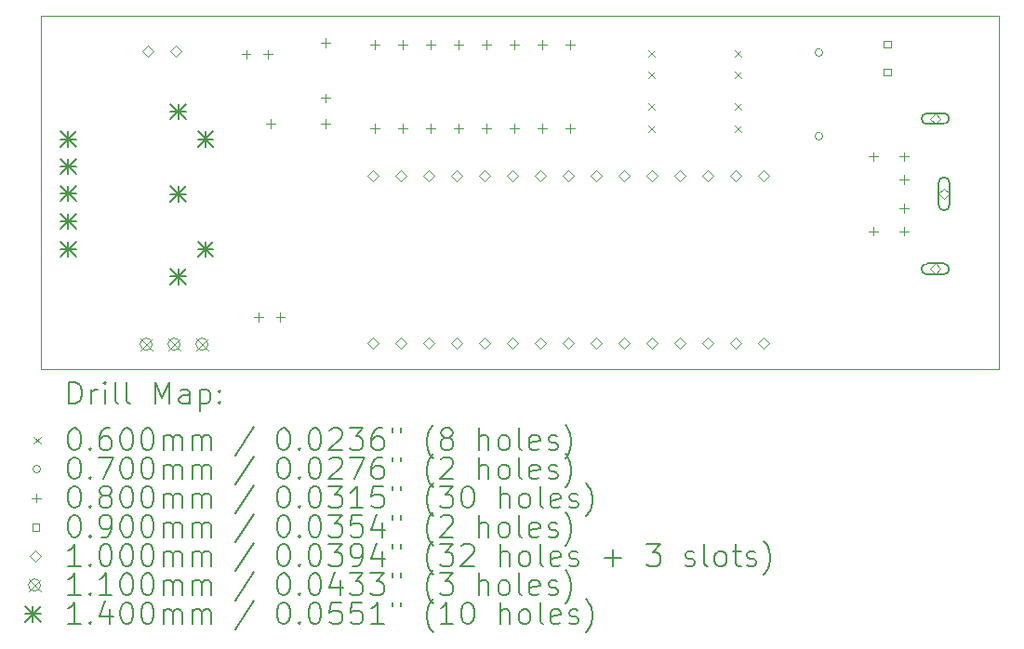
<source format=gbr>
%TF.GenerationSoftware,KiCad,Pcbnew,7.0.7*%
%TF.CreationDate,2024-03-20T00:35:12+00:00*%
%TF.ProjectId,TIMPS2Key,54494d50-5332-44b6-9579-2e6b69636164,rev?*%
%TF.SameCoordinates,Original*%
%TF.FileFunction,Drillmap*%
%TF.FilePolarity,Positive*%
%FSLAX45Y45*%
G04 Gerber Fmt 4.5, Leading zero omitted, Abs format (unit mm)*
G04 Created by KiCad (PCBNEW 7.0.7) date 2024-03-20 00:35:12*
%MOMM*%
%LPD*%
G01*
G04 APERTURE LIST*
%ADD10C,0.100000*%
%ADD11C,0.200000*%
%ADD12C,0.060000*%
%ADD13C,0.070000*%
%ADD14C,0.080000*%
%ADD15C,0.090000*%
%ADD16C,0.110000*%
%ADD17C,0.140000*%
G04 APERTURE END LIST*
D10*
X8071000Y-4675000D02*
X16790000Y-4675000D01*
X16790000Y-7893000D01*
X8071000Y-7893000D01*
X8071000Y-4675000D01*
D11*
D12*
X13596000Y-4983740D02*
X13656000Y-5043740D01*
X13656000Y-4983740D02*
X13596000Y-5043740D01*
X13596000Y-5183740D02*
X13656000Y-5243740D01*
X13656000Y-5183740D02*
X13596000Y-5243740D01*
X13596000Y-5472740D02*
X13656000Y-5532740D01*
X13656000Y-5472740D02*
X13596000Y-5532740D01*
X13596000Y-5672740D02*
X13656000Y-5732740D01*
X13656000Y-5672740D02*
X13596000Y-5732740D01*
X14389000Y-4983740D02*
X14449000Y-5043740D01*
X14449000Y-4983740D02*
X14389000Y-5043740D01*
X14389000Y-5183740D02*
X14449000Y-5243740D01*
X14449000Y-5183740D02*
X14389000Y-5243740D01*
X14389000Y-5472740D02*
X14449000Y-5532740D01*
X14449000Y-5472740D02*
X14389000Y-5532740D01*
X14389000Y-5672740D02*
X14449000Y-5732740D01*
X14449000Y-5672740D02*
X14389000Y-5732740D01*
D13*
X15186000Y-5008000D02*
G75*
G03*
X15186000Y-5008000I-35000J0D01*
G01*
X15186000Y-5770000D02*
G75*
G03*
X15186000Y-5770000I-35000J0D01*
G01*
D14*
X9937000Y-4986000D02*
X9937000Y-5066000D01*
X9897000Y-5026000D02*
X9977000Y-5026000D01*
X10049000Y-7377000D02*
X10049000Y-7457000D01*
X10009000Y-7417000D02*
X10089000Y-7417000D01*
X10137000Y-4986000D02*
X10137000Y-5066000D01*
X10097000Y-5026000D02*
X10177000Y-5026000D01*
X10161000Y-5617000D02*
X10161000Y-5697000D01*
X10121000Y-5657000D02*
X10201000Y-5657000D01*
X10249000Y-7377000D02*
X10249000Y-7457000D01*
X10209000Y-7417000D02*
X10289000Y-7417000D01*
X10661000Y-4882000D02*
X10661000Y-4962000D01*
X10621000Y-4922000D02*
X10701000Y-4922000D01*
X10661000Y-5382000D02*
X10661000Y-5462000D01*
X10621000Y-5422000D02*
X10701000Y-5422000D01*
X10661000Y-5617000D02*
X10661000Y-5697000D01*
X10621000Y-5657000D02*
X10701000Y-5657000D01*
X11110000Y-4896000D02*
X11110000Y-4976000D01*
X11070000Y-4936000D02*
X11150000Y-4936000D01*
X11110000Y-5658000D02*
X11110000Y-5738000D01*
X11070000Y-5698000D02*
X11150000Y-5698000D01*
X11364000Y-4896000D02*
X11364000Y-4976000D01*
X11324000Y-4936000D02*
X11404000Y-4936000D01*
X11364000Y-5658000D02*
X11364000Y-5738000D01*
X11324000Y-5698000D02*
X11404000Y-5698000D01*
X11618000Y-4896000D02*
X11618000Y-4976000D01*
X11578000Y-4936000D02*
X11658000Y-4936000D01*
X11618000Y-5658000D02*
X11618000Y-5738000D01*
X11578000Y-5698000D02*
X11658000Y-5698000D01*
X11872000Y-4896000D02*
X11872000Y-4976000D01*
X11832000Y-4936000D02*
X11912000Y-4936000D01*
X11872000Y-5658000D02*
X11872000Y-5738000D01*
X11832000Y-5698000D02*
X11912000Y-5698000D01*
X12126000Y-4896000D02*
X12126000Y-4976000D01*
X12086000Y-4936000D02*
X12166000Y-4936000D01*
X12126000Y-5658000D02*
X12126000Y-5738000D01*
X12086000Y-5698000D02*
X12166000Y-5698000D01*
X12380000Y-4896000D02*
X12380000Y-4976000D01*
X12340000Y-4936000D02*
X12420000Y-4936000D01*
X12380000Y-5658000D02*
X12380000Y-5738000D01*
X12340000Y-5698000D02*
X12420000Y-5698000D01*
X12634000Y-4896000D02*
X12634000Y-4976000D01*
X12594000Y-4936000D02*
X12674000Y-4936000D01*
X12634000Y-5658000D02*
X12634000Y-5738000D01*
X12594000Y-5698000D02*
X12674000Y-5698000D01*
X12888000Y-4896000D02*
X12888000Y-4976000D01*
X12848000Y-4936000D02*
X12928000Y-4936000D01*
X12888000Y-5658000D02*
X12888000Y-5738000D01*
X12848000Y-5698000D02*
X12928000Y-5698000D01*
X15646000Y-5915500D02*
X15646000Y-5995500D01*
X15606000Y-5955500D02*
X15686000Y-5955500D01*
X15646000Y-6595500D02*
X15646000Y-6675500D01*
X15606000Y-6635500D02*
X15686000Y-6635500D01*
X15926000Y-5915500D02*
X15926000Y-5995500D01*
X15886000Y-5955500D02*
X15966000Y-5955500D01*
X15926000Y-6125500D02*
X15926000Y-6205500D01*
X15886000Y-6165500D02*
X15966000Y-6165500D01*
X15926000Y-6385500D02*
X15926000Y-6465500D01*
X15886000Y-6425500D02*
X15966000Y-6425500D01*
X15926000Y-6595500D02*
X15926000Y-6675500D01*
X15886000Y-6635500D02*
X15966000Y-6635500D01*
D15*
X15807820Y-4965820D02*
X15807820Y-4902180D01*
X15744180Y-4902180D01*
X15744180Y-4965820D01*
X15807820Y-4965820D01*
X15807820Y-5219820D02*
X15807820Y-5156180D01*
X15744180Y-5156180D01*
X15744180Y-5219820D01*
X15807820Y-5219820D01*
D10*
X9046000Y-5043000D02*
X9096000Y-4993000D01*
X9046000Y-4943000D01*
X8996000Y-4993000D01*
X9046000Y-5043000D01*
X9300000Y-5043000D02*
X9350000Y-4993000D01*
X9300000Y-4943000D01*
X9250000Y-4993000D01*
X9300000Y-5043000D01*
X11091000Y-6179000D02*
X11141000Y-6129000D01*
X11091000Y-6079000D01*
X11041000Y-6129000D01*
X11091000Y-6179000D01*
X11091000Y-7703000D02*
X11141000Y-7653000D01*
X11091000Y-7603000D01*
X11041000Y-7653000D01*
X11091000Y-7703000D01*
X11345000Y-6179000D02*
X11395000Y-6129000D01*
X11345000Y-6079000D01*
X11295000Y-6129000D01*
X11345000Y-6179000D01*
X11345000Y-7703000D02*
X11395000Y-7653000D01*
X11345000Y-7603000D01*
X11295000Y-7653000D01*
X11345000Y-7703000D01*
X11599000Y-6179000D02*
X11649000Y-6129000D01*
X11599000Y-6079000D01*
X11549000Y-6129000D01*
X11599000Y-6179000D01*
X11599000Y-7703000D02*
X11649000Y-7653000D01*
X11599000Y-7603000D01*
X11549000Y-7653000D01*
X11599000Y-7703000D01*
X11853000Y-6179000D02*
X11903000Y-6129000D01*
X11853000Y-6079000D01*
X11803000Y-6129000D01*
X11853000Y-6179000D01*
X11853000Y-7703000D02*
X11903000Y-7653000D01*
X11853000Y-7603000D01*
X11803000Y-7653000D01*
X11853000Y-7703000D01*
X12107000Y-6179000D02*
X12157000Y-6129000D01*
X12107000Y-6079000D01*
X12057000Y-6129000D01*
X12107000Y-6179000D01*
X12107000Y-7703000D02*
X12157000Y-7653000D01*
X12107000Y-7603000D01*
X12057000Y-7653000D01*
X12107000Y-7703000D01*
X12361000Y-6179000D02*
X12411000Y-6129000D01*
X12361000Y-6079000D01*
X12311000Y-6129000D01*
X12361000Y-6179000D01*
X12361000Y-7703000D02*
X12411000Y-7653000D01*
X12361000Y-7603000D01*
X12311000Y-7653000D01*
X12361000Y-7703000D01*
X12615000Y-6179000D02*
X12665000Y-6129000D01*
X12615000Y-6079000D01*
X12565000Y-6129000D01*
X12615000Y-6179000D01*
X12615000Y-7703000D02*
X12665000Y-7653000D01*
X12615000Y-7603000D01*
X12565000Y-7653000D01*
X12615000Y-7703000D01*
X12869000Y-6179000D02*
X12919000Y-6129000D01*
X12869000Y-6079000D01*
X12819000Y-6129000D01*
X12869000Y-6179000D01*
X12869000Y-7703000D02*
X12919000Y-7653000D01*
X12869000Y-7603000D01*
X12819000Y-7653000D01*
X12869000Y-7703000D01*
X13123000Y-6179000D02*
X13173000Y-6129000D01*
X13123000Y-6079000D01*
X13073000Y-6129000D01*
X13123000Y-6179000D01*
X13123000Y-7703000D02*
X13173000Y-7653000D01*
X13123000Y-7603000D01*
X13073000Y-7653000D01*
X13123000Y-7703000D01*
X13377000Y-6179000D02*
X13427000Y-6129000D01*
X13377000Y-6079000D01*
X13327000Y-6129000D01*
X13377000Y-6179000D01*
X13377000Y-7703000D02*
X13427000Y-7653000D01*
X13377000Y-7603000D01*
X13327000Y-7653000D01*
X13377000Y-7703000D01*
X13631000Y-6179000D02*
X13681000Y-6129000D01*
X13631000Y-6079000D01*
X13581000Y-6129000D01*
X13631000Y-6179000D01*
X13631000Y-7703000D02*
X13681000Y-7653000D01*
X13631000Y-7603000D01*
X13581000Y-7653000D01*
X13631000Y-7703000D01*
X13885000Y-6179000D02*
X13935000Y-6129000D01*
X13885000Y-6079000D01*
X13835000Y-6129000D01*
X13885000Y-6179000D01*
X13885000Y-7703000D02*
X13935000Y-7653000D01*
X13885000Y-7603000D01*
X13835000Y-7653000D01*
X13885000Y-7703000D01*
X14139000Y-6179000D02*
X14189000Y-6129000D01*
X14139000Y-6079000D01*
X14089000Y-6129000D01*
X14139000Y-6179000D01*
X14139000Y-7703000D02*
X14189000Y-7653000D01*
X14139000Y-7603000D01*
X14089000Y-7653000D01*
X14139000Y-7703000D01*
X14393000Y-6179000D02*
X14443000Y-6129000D01*
X14393000Y-6079000D01*
X14343000Y-6129000D01*
X14393000Y-6179000D01*
X14393000Y-7703000D02*
X14443000Y-7653000D01*
X14393000Y-7603000D01*
X14343000Y-7653000D01*
X14393000Y-7703000D01*
X14647000Y-6179000D02*
X14697000Y-6129000D01*
X14647000Y-6079000D01*
X14597000Y-6129000D01*
X14647000Y-6179000D01*
X14647000Y-7703000D02*
X14697000Y-7653000D01*
X14647000Y-7603000D01*
X14597000Y-7653000D01*
X14647000Y-7703000D01*
X16211000Y-5660500D02*
X16261000Y-5610500D01*
X16211000Y-5560500D01*
X16161000Y-5610500D01*
X16211000Y-5660500D01*
D11*
X16136000Y-5660500D02*
X16286000Y-5660500D01*
X16286000Y-5660500D02*
G75*
G03*
X16286000Y-5560500I0J50000D01*
G01*
X16286000Y-5560500D02*
X16136000Y-5560500D01*
X16136000Y-5560500D02*
G75*
G03*
X16136000Y-5660500I0J-50000D01*
G01*
D10*
X16211000Y-7030500D02*
X16261000Y-6980500D01*
X16211000Y-6930500D01*
X16161000Y-6980500D01*
X16211000Y-7030500D01*
D11*
X16136000Y-7030500D02*
X16286000Y-7030500D01*
X16286000Y-7030500D02*
G75*
G03*
X16286000Y-6930500I0J50000D01*
G01*
X16286000Y-6930500D02*
X16136000Y-6930500D01*
X16136000Y-6930500D02*
G75*
G03*
X16136000Y-7030500I0J-50000D01*
G01*
D10*
X16291000Y-6345500D02*
X16341000Y-6295500D01*
X16291000Y-6245500D01*
X16241000Y-6295500D01*
X16291000Y-6345500D01*
D11*
X16341000Y-6395500D02*
X16341000Y-6195500D01*
X16341000Y-6195500D02*
G75*
G03*
X16241000Y-6195500I-50000J0D01*
G01*
X16241000Y-6195500D02*
X16241000Y-6395500D01*
X16241000Y-6395500D02*
G75*
G03*
X16341000Y-6395500I50000J0D01*
G01*
D16*
X8973000Y-7610000D02*
X9083000Y-7720000D01*
X9083000Y-7610000D02*
X8973000Y-7720000D01*
X9083000Y-7665000D02*
G75*
G03*
X9083000Y-7665000I-55000J0D01*
G01*
X9227000Y-7610000D02*
X9337000Y-7720000D01*
X9337000Y-7610000D02*
X9227000Y-7720000D01*
X9337000Y-7665000D02*
G75*
G03*
X9337000Y-7665000I-55000J0D01*
G01*
X9481000Y-7610000D02*
X9591000Y-7720000D01*
X9591000Y-7610000D02*
X9481000Y-7720000D01*
X9591000Y-7665000D02*
G75*
G03*
X9591000Y-7665000I-55000J0D01*
G01*
D17*
X8249320Y-5727000D02*
X8389320Y-5867000D01*
X8389320Y-5727000D02*
X8249320Y-5867000D01*
X8319320Y-5727000D02*
X8319320Y-5867000D01*
X8249320Y-5797000D02*
X8389320Y-5797000D01*
X8249320Y-5977500D02*
X8389320Y-6117500D01*
X8389320Y-5977500D02*
X8249320Y-6117500D01*
X8319320Y-5977500D02*
X8319320Y-6117500D01*
X8249320Y-6047500D02*
X8389320Y-6047500D01*
X8249320Y-6222420D02*
X8389320Y-6362420D01*
X8389320Y-6222420D02*
X8249320Y-6362420D01*
X8319320Y-6222420D02*
X8319320Y-6362420D01*
X8249320Y-6292420D02*
X8389320Y-6292420D01*
X8249320Y-6477500D02*
X8389320Y-6617500D01*
X8389320Y-6477500D02*
X8249320Y-6617500D01*
X8319320Y-6477500D02*
X8319320Y-6617500D01*
X8249320Y-6547500D02*
X8389320Y-6547500D01*
X8249320Y-6728000D02*
X8389320Y-6868000D01*
X8389320Y-6728000D02*
X8249320Y-6868000D01*
X8319320Y-6728000D02*
X8319320Y-6868000D01*
X8249320Y-6798000D02*
X8389320Y-6798000D01*
X9250000Y-5477000D02*
X9390000Y-5617000D01*
X9390000Y-5477000D02*
X9250000Y-5617000D01*
X9320000Y-5477000D02*
X9320000Y-5617000D01*
X9250000Y-5547000D02*
X9390000Y-5547000D01*
X9250000Y-6227500D02*
X9390000Y-6367500D01*
X9390000Y-6227500D02*
X9250000Y-6367500D01*
X9320000Y-6227500D02*
X9320000Y-6367500D01*
X9250000Y-6297500D02*
X9390000Y-6297500D01*
X9250000Y-6978000D02*
X9390000Y-7118000D01*
X9390000Y-6978000D02*
X9250000Y-7118000D01*
X9320000Y-6978000D02*
X9320000Y-7118000D01*
X9250000Y-7048000D02*
X9390000Y-7048000D01*
X9499000Y-5727000D02*
X9639000Y-5867000D01*
X9639000Y-5727000D02*
X9499000Y-5867000D01*
X9569000Y-5727000D02*
X9569000Y-5867000D01*
X9499000Y-5797000D02*
X9639000Y-5797000D01*
X9499000Y-6728000D02*
X9639000Y-6868000D01*
X9639000Y-6728000D02*
X9499000Y-6868000D01*
X9569000Y-6728000D02*
X9569000Y-6868000D01*
X9499000Y-6798000D02*
X9639000Y-6798000D01*
D11*
X8326777Y-8209484D02*
X8326777Y-8009484D01*
X8326777Y-8009484D02*
X8374396Y-8009484D01*
X8374396Y-8009484D02*
X8402967Y-8019008D01*
X8402967Y-8019008D02*
X8422015Y-8038055D01*
X8422015Y-8038055D02*
X8431539Y-8057103D01*
X8431539Y-8057103D02*
X8441063Y-8095198D01*
X8441063Y-8095198D02*
X8441063Y-8123769D01*
X8441063Y-8123769D02*
X8431539Y-8161865D01*
X8431539Y-8161865D02*
X8422015Y-8180912D01*
X8422015Y-8180912D02*
X8402967Y-8199960D01*
X8402967Y-8199960D02*
X8374396Y-8209484D01*
X8374396Y-8209484D02*
X8326777Y-8209484D01*
X8526777Y-8209484D02*
X8526777Y-8076150D01*
X8526777Y-8114246D02*
X8536301Y-8095198D01*
X8536301Y-8095198D02*
X8545824Y-8085674D01*
X8545824Y-8085674D02*
X8564872Y-8076150D01*
X8564872Y-8076150D02*
X8583920Y-8076150D01*
X8650586Y-8209484D02*
X8650586Y-8076150D01*
X8650586Y-8009484D02*
X8641063Y-8019008D01*
X8641063Y-8019008D02*
X8650586Y-8028531D01*
X8650586Y-8028531D02*
X8660110Y-8019008D01*
X8660110Y-8019008D02*
X8650586Y-8009484D01*
X8650586Y-8009484D02*
X8650586Y-8028531D01*
X8774396Y-8209484D02*
X8755348Y-8199960D01*
X8755348Y-8199960D02*
X8745824Y-8180912D01*
X8745824Y-8180912D02*
X8745824Y-8009484D01*
X8879158Y-8209484D02*
X8860110Y-8199960D01*
X8860110Y-8199960D02*
X8850586Y-8180912D01*
X8850586Y-8180912D02*
X8850586Y-8009484D01*
X9107729Y-8209484D02*
X9107729Y-8009484D01*
X9107729Y-8009484D02*
X9174396Y-8152341D01*
X9174396Y-8152341D02*
X9241063Y-8009484D01*
X9241063Y-8009484D02*
X9241063Y-8209484D01*
X9422015Y-8209484D02*
X9422015Y-8104722D01*
X9422015Y-8104722D02*
X9412491Y-8085674D01*
X9412491Y-8085674D02*
X9393444Y-8076150D01*
X9393444Y-8076150D02*
X9355348Y-8076150D01*
X9355348Y-8076150D02*
X9336301Y-8085674D01*
X9422015Y-8199960D02*
X9402967Y-8209484D01*
X9402967Y-8209484D02*
X9355348Y-8209484D01*
X9355348Y-8209484D02*
X9336301Y-8199960D01*
X9336301Y-8199960D02*
X9326777Y-8180912D01*
X9326777Y-8180912D02*
X9326777Y-8161865D01*
X9326777Y-8161865D02*
X9336301Y-8142817D01*
X9336301Y-8142817D02*
X9355348Y-8133293D01*
X9355348Y-8133293D02*
X9402967Y-8133293D01*
X9402967Y-8133293D02*
X9422015Y-8123769D01*
X9517253Y-8076150D02*
X9517253Y-8276150D01*
X9517253Y-8085674D02*
X9536301Y-8076150D01*
X9536301Y-8076150D02*
X9574396Y-8076150D01*
X9574396Y-8076150D02*
X9593444Y-8085674D01*
X9593444Y-8085674D02*
X9602967Y-8095198D01*
X9602967Y-8095198D02*
X9612491Y-8114246D01*
X9612491Y-8114246D02*
X9612491Y-8171388D01*
X9612491Y-8171388D02*
X9602967Y-8190436D01*
X9602967Y-8190436D02*
X9593444Y-8199960D01*
X9593444Y-8199960D02*
X9574396Y-8209484D01*
X9574396Y-8209484D02*
X9536301Y-8209484D01*
X9536301Y-8209484D02*
X9517253Y-8199960D01*
X9698205Y-8190436D02*
X9707729Y-8199960D01*
X9707729Y-8199960D02*
X9698205Y-8209484D01*
X9698205Y-8209484D02*
X9688682Y-8199960D01*
X9688682Y-8199960D02*
X9698205Y-8190436D01*
X9698205Y-8190436D02*
X9698205Y-8209484D01*
X9698205Y-8085674D02*
X9707729Y-8095198D01*
X9707729Y-8095198D02*
X9698205Y-8104722D01*
X9698205Y-8104722D02*
X9688682Y-8095198D01*
X9688682Y-8095198D02*
X9698205Y-8085674D01*
X9698205Y-8085674D02*
X9698205Y-8104722D01*
D12*
X8006000Y-8508000D02*
X8066000Y-8568000D01*
X8066000Y-8508000D02*
X8006000Y-8568000D01*
D11*
X8364872Y-8429484D02*
X8383920Y-8429484D01*
X8383920Y-8429484D02*
X8402967Y-8439008D01*
X8402967Y-8439008D02*
X8412491Y-8448531D01*
X8412491Y-8448531D02*
X8422015Y-8467579D01*
X8422015Y-8467579D02*
X8431539Y-8505674D01*
X8431539Y-8505674D02*
X8431539Y-8553293D01*
X8431539Y-8553293D02*
X8422015Y-8591389D01*
X8422015Y-8591389D02*
X8412491Y-8610436D01*
X8412491Y-8610436D02*
X8402967Y-8619960D01*
X8402967Y-8619960D02*
X8383920Y-8629484D01*
X8383920Y-8629484D02*
X8364872Y-8629484D01*
X8364872Y-8629484D02*
X8345824Y-8619960D01*
X8345824Y-8619960D02*
X8336301Y-8610436D01*
X8336301Y-8610436D02*
X8326777Y-8591389D01*
X8326777Y-8591389D02*
X8317253Y-8553293D01*
X8317253Y-8553293D02*
X8317253Y-8505674D01*
X8317253Y-8505674D02*
X8326777Y-8467579D01*
X8326777Y-8467579D02*
X8336301Y-8448531D01*
X8336301Y-8448531D02*
X8345824Y-8439008D01*
X8345824Y-8439008D02*
X8364872Y-8429484D01*
X8517253Y-8610436D02*
X8526777Y-8619960D01*
X8526777Y-8619960D02*
X8517253Y-8629484D01*
X8517253Y-8629484D02*
X8507729Y-8619960D01*
X8507729Y-8619960D02*
X8517253Y-8610436D01*
X8517253Y-8610436D02*
X8517253Y-8629484D01*
X8698205Y-8429484D02*
X8660110Y-8429484D01*
X8660110Y-8429484D02*
X8641063Y-8439008D01*
X8641063Y-8439008D02*
X8631539Y-8448531D01*
X8631539Y-8448531D02*
X8612491Y-8477103D01*
X8612491Y-8477103D02*
X8602967Y-8515198D01*
X8602967Y-8515198D02*
X8602967Y-8591389D01*
X8602967Y-8591389D02*
X8612491Y-8610436D01*
X8612491Y-8610436D02*
X8622015Y-8619960D01*
X8622015Y-8619960D02*
X8641063Y-8629484D01*
X8641063Y-8629484D02*
X8679158Y-8629484D01*
X8679158Y-8629484D02*
X8698205Y-8619960D01*
X8698205Y-8619960D02*
X8707729Y-8610436D01*
X8707729Y-8610436D02*
X8717253Y-8591389D01*
X8717253Y-8591389D02*
X8717253Y-8543770D01*
X8717253Y-8543770D02*
X8707729Y-8524722D01*
X8707729Y-8524722D02*
X8698205Y-8515198D01*
X8698205Y-8515198D02*
X8679158Y-8505674D01*
X8679158Y-8505674D02*
X8641063Y-8505674D01*
X8641063Y-8505674D02*
X8622015Y-8515198D01*
X8622015Y-8515198D02*
X8612491Y-8524722D01*
X8612491Y-8524722D02*
X8602967Y-8543770D01*
X8841063Y-8429484D02*
X8860110Y-8429484D01*
X8860110Y-8429484D02*
X8879158Y-8439008D01*
X8879158Y-8439008D02*
X8888682Y-8448531D01*
X8888682Y-8448531D02*
X8898205Y-8467579D01*
X8898205Y-8467579D02*
X8907729Y-8505674D01*
X8907729Y-8505674D02*
X8907729Y-8553293D01*
X8907729Y-8553293D02*
X8898205Y-8591389D01*
X8898205Y-8591389D02*
X8888682Y-8610436D01*
X8888682Y-8610436D02*
X8879158Y-8619960D01*
X8879158Y-8619960D02*
X8860110Y-8629484D01*
X8860110Y-8629484D02*
X8841063Y-8629484D01*
X8841063Y-8629484D02*
X8822015Y-8619960D01*
X8822015Y-8619960D02*
X8812491Y-8610436D01*
X8812491Y-8610436D02*
X8802967Y-8591389D01*
X8802967Y-8591389D02*
X8793444Y-8553293D01*
X8793444Y-8553293D02*
X8793444Y-8505674D01*
X8793444Y-8505674D02*
X8802967Y-8467579D01*
X8802967Y-8467579D02*
X8812491Y-8448531D01*
X8812491Y-8448531D02*
X8822015Y-8439008D01*
X8822015Y-8439008D02*
X8841063Y-8429484D01*
X9031539Y-8429484D02*
X9050586Y-8429484D01*
X9050586Y-8429484D02*
X9069634Y-8439008D01*
X9069634Y-8439008D02*
X9079158Y-8448531D01*
X9079158Y-8448531D02*
X9088682Y-8467579D01*
X9088682Y-8467579D02*
X9098205Y-8505674D01*
X9098205Y-8505674D02*
X9098205Y-8553293D01*
X9098205Y-8553293D02*
X9088682Y-8591389D01*
X9088682Y-8591389D02*
X9079158Y-8610436D01*
X9079158Y-8610436D02*
X9069634Y-8619960D01*
X9069634Y-8619960D02*
X9050586Y-8629484D01*
X9050586Y-8629484D02*
X9031539Y-8629484D01*
X9031539Y-8629484D02*
X9012491Y-8619960D01*
X9012491Y-8619960D02*
X9002967Y-8610436D01*
X9002967Y-8610436D02*
X8993444Y-8591389D01*
X8993444Y-8591389D02*
X8983920Y-8553293D01*
X8983920Y-8553293D02*
X8983920Y-8505674D01*
X8983920Y-8505674D02*
X8993444Y-8467579D01*
X8993444Y-8467579D02*
X9002967Y-8448531D01*
X9002967Y-8448531D02*
X9012491Y-8439008D01*
X9012491Y-8439008D02*
X9031539Y-8429484D01*
X9183920Y-8629484D02*
X9183920Y-8496150D01*
X9183920Y-8515198D02*
X9193444Y-8505674D01*
X9193444Y-8505674D02*
X9212491Y-8496150D01*
X9212491Y-8496150D02*
X9241063Y-8496150D01*
X9241063Y-8496150D02*
X9260110Y-8505674D01*
X9260110Y-8505674D02*
X9269634Y-8524722D01*
X9269634Y-8524722D02*
X9269634Y-8629484D01*
X9269634Y-8524722D02*
X9279158Y-8505674D01*
X9279158Y-8505674D02*
X9298205Y-8496150D01*
X9298205Y-8496150D02*
X9326777Y-8496150D01*
X9326777Y-8496150D02*
X9345825Y-8505674D01*
X9345825Y-8505674D02*
X9355348Y-8524722D01*
X9355348Y-8524722D02*
X9355348Y-8629484D01*
X9450586Y-8629484D02*
X9450586Y-8496150D01*
X9450586Y-8515198D02*
X9460110Y-8505674D01*
X9460110Y-8505674D02*
X9479158Y-8496150D01*
X9479158Y-8496150D02*
X9507729Y-8496150D01*
X9507729Y-8496150D02*
X9526777Y-8505674D01*
X9526777Y-8505674D02*
X9536301Y-8524722D01*
X9536301Y-8524722D02*
X9536301Y-8629484D01*
X9536301Y-8524722D02*
X9545825Y-8505674D01*
X9545825Y-8505674D02*
X9564872Y-8496150D01*
X9564872Y-8496150D02*
X9593444Y-8496150D01*
X9593444Y-8496150D02*
X9612491Y-8505674D01*
X9612491Y-8505674D02*
X9622015Y-8524722D01*
X9622015Y-8524722D02*
X9622015Y-8629484D01*
X10012491Y-8419960D02*
X9841063Y-8677103D01*
X10269634Y-8429484D02*
X10288682Y-8429484D01*
X10288682Y-8429484D02*
X10307729Y-8439008D01*
X10307729Y-8439008D02*
X10317253Y-8448531D01*
X10317253Y-8448531D02*
X10326777Y-8467579D01*
X10326777Y-8467579D02*
X10336301Y-8505674D01*
X10336301Y-8505674D02*
X10336301Y-8553293D01*
X10336301Y-8553293D02*
X10326777Y-8591389D01*
X10326777Y-8591389D02*
X10317253Y-8610436D01*
X10317253Y-8610436D02*
X10307729Y-8619960D01*
X10307729Y-8619960D02*
X10288682Y-8629484D01*
X10288682Y-8629484D02*
X10269634Y-8629484D01*
X10269634Y-8629484D02*
X10250587Y-8619960D01*
X10250587Y-8619960D02*
X10241063Y-8610436D01*
X10241063Y-8610436D02*
X10231539Y-8591389D01*
X10231539Y-8591389D02*
X10222015Y-8553293D01*
X10222015Y-8553293D02*
X10222015Y-8505674D01*
X10222015Y-8505674D02*
X10231539Y-8467579D01*
X10231539Y-8467579D02*
X10241063Y-8448531D01*
X10241063Y-8448531D02*
X10250587Y-8439008D01*
X10250587Y-8439008D02*
X10269634Y-8429484D01*
X10422015Y-8610436D02*
X10431539Y-8619960D01*
X10431539Y-8619960D02*
X10422015Y-8629484D01*
X10422015Y-8629484D02*
X10412491Y-8619960D01*
X10412491Y-8619960D02*
X10422015Y-8610436D01*
X10422015Y-8610436D02*
X10422015Y-8629484D01*
X10555348Y-8429484D02*
X10574396Y-8429484D01*
X10574396Y-8429484D02*
X10593444Y-8439008D01*
X10593444Y-8439008D02*
X10602968Y-8448531D01*
X10602968Y-8448531D02*
X10612491Y-8467579D01*
X10612491Y-8467579D02*
X10622015Y-8505674D01*
X10622015Y-8505674D02*
X10622015Y-8553293D01*
X10622015Y-8553293D02*
X10612491Y-8591389D01*
X10612491Y-8591389D02*
X10602968Y-8610436D01*
X10602968Y-8610436D02*
X10593444Y-8619960D01*
X10593444Y-8619960D02*
X10574396Y-8629484D01*
X10574396Y-8629484D02*
X10555348Y-8629484D01*
X10555348Y-8629484D02*
X10536301Y-8619960D01*
X10536301Y-8619960D02*
X10526777Y-8610436D01*
X10526777Y-8610436D02*
X10517253Y-8591389D01*
X10517253Y-8591389D02*
X10507729Y-8553293D01*
X10507729Y-8553293D02*
X10507729Y-8505674D01*
X10507729Y-8505674D02*
X10517253Y-8467579D01*
X10517253Y-8467579D02*
X10526777Y-8448531D01*
X10526777Y-8448531D02*
X10536301Y-8439008D01*
X10536301Y-8439008D02*
X10555348Y-8429484D01*
X10698206Y-8448531D02*
X10707729Y-8439008D01*
X10707729Y-8439008D02*
X10726777Y-8429484D01*
X10726777Y-8429484D02*
X10774396Y-8429484D01*
X10774396Y-8429484D02*
X10793444Y-8439008D01*
X10793444Y-8439008D02*
X10802968Y-8448531D01*
X10802968Y-8448531D02*
X10812491Y-8467579D01*
X10812491Y-8467579D02*
X10812491Y-8486627D01*
X10812491Y-8486627D02*
X10802968Y-8515198D01*
X10802968Y-8515198D02*
X10688682Y-8629484D01*
X10688682Y-8629484D02*
X10812491Y-8629484D01*
X10879158Y-8429484D02*
X11002968Y-8429484D01*
X11002968Y-8429484D02*
X10936301Y-8505674D01*
X10936301Y-8505674D02*
X10964872Y-8505674D01*
X10964872Y-8505674D02*
X10983920Y-8515198D01*
X10983920Y-8515198D02*
X10993444Y-8524722D01*
X10993444Y-8524722D02*
X11002968Y-8543770D01*
X11002968Y-8543770D02*
X11002968Y-8591389D01*
X11002968Y-8591389D02*
X10993444Y-8610436D01*
X10993444Y-8610436D02*
X10983920Y-8619960D01*
X10983920Y-8619960D02*
X10964872Y-8629484D01*
X10964872Y-8629484D02*
X10907729Y-8629484D01*
X10907729Y-8629484D02*
X10888682Y-8619960D01*
X10888682Y-8619960D02*
X10879158Y-8610436D01*
X11174396Y-8429484D02*
X11136301Y-8429484D01*
X11136301Y-8429484D02*
X11117253Y-8439008D01*
X11117253Y-8439008D02*
X11107729Y-8448531D01*
X11107729Y-8448531D02*
X11088682Y-8477103D01*
X11088682Y-8477103D02*
X11079158Y-8515198D01*
X11079158Y-8515198D02*
X11079158Y-8591389D01*
X11079158Y-8591389D02*
X11088682Y-8610436D01*
X11088682Y-8610436D02*
X11098206Y-8619960D01*
X11098206Y-8619960D02*
X11117253Y-8629484D01*
X11117253Y-8629484D02*
X11155349Y-8629484D01*
X11155349Y-8629484D02*
X11174396Y-8619960D01*
X11174396Y-8619960D02*
X11183920Y-8610436D01*
X11183920Y-8610436D02*
X11193444Y-8591389D01*
X11193444Y-8591389D02*
X11193444Y-8543770D01*
X11193444Y-8543770D02*
X11183920Y-8524722D01*
X11183920Y-8524722D02*
X11174396Y-8515198D01*
X11174396Y-8515198D02*
X11155349Y-8505674D01*
X11155349Y-8505674D02*
X11117253Y-8505674D01*
X11117253Y-8505674D02*
X11098206Y-8515198D01*
X11098206Y-8515198D02*
X11088682Y-8524722D01*
X11088682Y-8524722D02*
X11079158Y-8543770D01*
X11269634Y-8429484D02*
X11269634Y-8467579D01*
X11345825Y-8429484D02*
X11345825Y-8467579D01*
X11641063Y-8705674D02*
X11631539Y-8696150D01*
X11631539Y-8696150D02*
X11612491Y-8667579D01*
X11612491Y-8667579D02*
X11602968Y-8648531D01*
X11602968Y-8648531D02*
X11593444Y-8619960D01*
X11593444Y-8619960D02*
X11583920Y-8572341D01*
X11583920Y-8572341D02*
X11583920Y-8534246D01*
X11583920Y-8534246D02*
X11593444Y-8486627D01*
X11593444Y-8486627D02*
X11602968Y-8458055D01*
X11602968Y-8458055D02*
X11612491Y-8439008D01*
X11612491Y-8439008D02*
X11631539Y-8410436D01*
X11631539Y-8410436D02*
X11641063Y-8400912D01*
X11745825Y-8515198D02*
X11726777Y-8505674D01*
X11726777Y-8505674D02*
X11717253Y-8496150D01*
X11717253Y-8496150D02*
X11707729Y-8477103D01*
X11707729Y-8477103D02*
X11707729Y-8467579D01*
X11707729Y-8467579D02*
X11717253Y-8448531D01*
X11717253Y-8448531D02*
X11726777Y-8439008D01*
X11726777Y-8439008D02*
X11745825Y-8429484D01*
X11745825Y-8429484D02*
X11783920Y-8429484D01*
X11783920Y-8429484D02*
X11802968Y-8439008D01*
X11802968Y-8439008D02*
X11812491Y-8448531D01*
X11812491Y-8448531D02*
X11822015Y-8467579D01*
X11822015Y-8467579D02*
X11822015Y-8477103D01*
X11822015Y-8477103D02*
X11812491Y-8496150D01*
X11812491Y-8496150D02*
X11802968Y-8505674D01*
X11802968Y-8505674D02*
X11783920Y-8515198D01*
X11783920Y-8515198D02*
X11745825Y-8515198D01*
X11745825Y-8515198D02*
X11726777Y-8524722D01*
X11726777Y-8524722D02*
X11717253Y-8534246D01*
X11717253Y-8534246D02*
X11707729Y-8553293D01*
X11707729Y-8553293D02*
X11707729Y-8591389D01*
X11707729Y-8591389D02*
X11717253Y-8610436D01*
X11717253Y-8610436D02*
X11726777Y-8619960D01*
X11726777Y-8619960D02*
X11745825Y-8629484D01*
X11745825Y-8629484D02*
X11783920Y-8629484D01*
X11783920Y-8629484D02*
X11802968Y-8619960D01*
X11802968Y-8619960D02*
X11812491Y-8610436D01*
X11812491Y-8610436D02*
X11822015Y-8591389D01*
X11822015Y-8591389D02*
X11822015Y-8553293D01*
X11822015Y-8553293D02*
X11812491Y-8534246D01*
X11812491Y-8534246D02*
X11802968Y-8524722D01*
X11802968Y-8524722D02*
X11783920Y-8515198D01*
X12060110Y-8629484D02*
X12060110Y-8429484D01*
X12145825Y-8629484D02*
X12145825Y-8524722D01*
X12145825Y-8524722D02*
X12136301Y-8505674D01*
X12136301Y-8505674D02*
X12117253Y-8496150D01*
X12117253Y-8496150D02*
X12088682Y-8496150D01*
X12088682Y-8496150D02*
X12069634Y-8505674D01*
X12069634Y-8505674D02*
X12060110Y-8515198D01*
X12269634Y-8629484D02*
X12250587Y-8619960D01*
X12250587Y-8619960D02*
X12241063Y-8610436D01*
X12241063Y-8610436D02*
X12231539Y-8591389D01*
X12231539Y-8591389D02*
X12231539Y-8534246D01*
X12231539Y-8534246D02*
X12241063Y-8515198D01*
X12241063Y-8515198D02*
X12250587Y-8505674D01*
X12250587Y-8505674D02*
X12269634Y-8496150D01*
X12269634Y-8496150D02*
X12298206Y-8496150D01*
X12298206Y-8496150D02*
X12317253Y-8505674D01*
X12317253Y-8505674D02*
X12326777Y-8515198D01*
X12326777Y-8515198D02*
X12336301Y-8534246D01*
X12336301Y-8534246D02*
X12336301Y-8591389D01*
X12336301Y-8591389D02*
X12326777Y-8610436D01*
X12326777Y-8610436D02*
X12317253Y-8619960D01*
X12317253Y-8619960D02*
X12298206Y-8629484D01*
X12298206Y-8629484D02*
X12269634Y-8629484D01*
X12450587Y-8629484D02*
X12431539Y-8619960D01*
X12431539Y-8619960D02*
X12422015Y-8600912D01*
X12422015Y-8600912D02*
X12422015Y-8429484D01*
X12602968Y-8619960D02*
X12583920Y-8629484D01*
X12583920Y-8629484D02*
X12545825Y-8629484D01*
X12545825Y-8629484D02*
X12526777Y-8619960D01*
X12526777Y-8619960D02*
X12517253Y-8600912D01*
X12517253Y-8600912D02*
X12517253Y-8524722D01*
X12517253Y-8524722D02*
X12526777Y-8505674D01*
X12526777Y-8505674D02*
X12545825Y-8496150D01*
X12545825Y-8496150D02*
X12583920Y-8496150D01*
X12583920Y-8496150D02*
X12602968Y-8505674D01*
X12602968Y-8505674D02*
X12612491Y-8524722D01*
X12612491Y-8524722D02*
X12612491Y-8543770D01*
X12612491Y-8543770D02*
X12517253Y-8562817D01*
X12688682Y-8619960D02*
X12707730Y-8629484D01*
X12707730Y-8629484D02*
X12745825Y-8629484D01*
X12745825Y-8629484D02*
X12764872Y-8619960D01*
X12764872Y-8619960D02*
X12774396Y-8600912D01*
X12774396Y-8600912D02*
X12774396Y-8591389D01*
X12774396Y-8591389D02*
X12764872Y-8572341D01*
X12764872Y-8572341D02*
X12745825Y-8562817D01*
X12745825Y-8562817D02*
X12717253Y-8562817D01*
X12717253Y-8562817D02*
X12698206Y-8553293D01*
X12698206Y-8553293D02*
X12688682Y-8534246D01*
X12688682Y-8534246D02*
X12688682Y-8524722D01*
X12688682Y-8524722D02*
X12698206Y-8505674D01*
X12698206Y-8505674D02*
X12717253Y-8496150D01*
X12717253Y-8496150D02*
X12745825Y-8496150D01*
X12745825Y-8496150D02*
X12764872Y-8505674D01*
X12841063Y-8705674D02*
X12850587Y-8696150D01*
X12850587Y-8696150D02*
X12869634Y-8667579D01*
X12869634Y-8667579D02*
X12879158Y-8648531D01*
X12879158Y-8648531D02*
X12888682Y-8619960D01*
X12888682Y-8619960D02*
X12898206Y-8572341D01*
X12898206Y-8572341D02*
X12898206Y-8534246D01*
X12898206Y-8534246D02*
X12888682Y-8486627D01*
X12888682Y-8486627D02*
X12879158Y-8458055D01*
X12879158Y-8458055D02*
X12869634Y-8439008D01*
X12869634Y-8439008D02*
X12850587Y-8410436D01*
X12850587Y-8410436D02*
X12841063Y-8400912D01*
D13*
X8066000Y-8802000D02*
G75*
G03*
X8066000Y-8802000I-35000J0D01*
G01*
D11*
X8364872Y-8693484D02*
X8383920Y-8693484D01*
X8383920Y-8693484D02*
X8402967Y-8703008D01*
X8402967Y-8703008D02*
X8412491Y-8712531D01*
X8412491Y-8712531D02*
X8422015Y-8731579D01*
X8422015Y-8731579D02*
X8431539Y-8769674D01*
X8431539Y-8769674D02*
X8431539Y-8817293D01*
X8431539Y-8817293D02*
X8422015Y-8855389D01*
X8422015Y-8855389D02*
X8412491Y-8874436D01*
X8412491Y-8874436D02*
X8402967Y-8883960D01*
X8402967Y-8883960D02*
X8383920Y-8893484D01*
X8383920Y-8893484D02*
X8364872Y-8893484D01*
X8364872Y-8893484D02*
X8345824Y-8883960D01*
X8345824Y-8883960D02*
X8336301Y-8874436D01*
X8336301Y-8874436D02*
X8326777Y-8855389D01*
X8326777Y-8855389D02*
X8317253Y-8817293D01*
X8317253Y-8817293D02*
X8317253Y-8769674D01*
X8317253Y-8769674D02*
X8326777Y-8731579D01*
X8326777Y-8731579D02*
X8336301Y-8712531D01*
X8336301Y-8712531D02*
X8345824Y-8703008D01*
X8345824Y-8703008D02*
X8364872Y-8693484D01*
X8517253Y-8874436D02*
X8526777Y-8883960D01*
X8526777Y-8883960D02*
X8517253Y-8893484D01*
X8517253Y-8893484D02*
X8507729Y-8883960D01*
X8507729Y-8883960D02*
X8517253Y-8874436D01*
X8517253Y-8874436D02*
X8517253Y-8893484D01*
X8593444Y-8693484D02*
X8726777Y-8693484D01*
X8726777Y-8693484D02*
X8641063Y-8893484D01*
X8841063Y-8693484D02*
X8860110Y-8693484D01*
X8860110Y-8693484D02*
X8879158Y-8703008D01*
X8879158Y-8703008D02*
X8888682Y-8712531D01*
X8888682Y-8712531D02*
X8898205Y-8731579D01*
X8898205Y-8731579D02*
X8907729Y-8769674D01*
X8907729Y-8769674D02*
X8907729Y-8817293D01*
X8907729Y-8817293D02*
X8898205Y-8855389D01*
X8898205Y-8855389D02*
X8888682Y-8874436D01*
X8888682Y-8874436D02*
X8879158Y-8883960D01*
X8879158Y-8883960D02*
X8860110Y-8893484D01*
X8860110Y-8893484D02*
X8841063Y-8893484D01*
X8841063Y-8893484D02*
X8822015Y-8883960D01*
X8822015Y-8883960D02*
X8812491Y-8874436D01*
X8812491Y-8874436D02*
X8802967Y-8855389D01*
X8802967Y-8855389D02*
X8793444Y-8817293D01*
X8793444Y-8817293D02*
X8793444Y-8769674D01*
X8793444Y-8769674D02*
X8802967Y-8731579D01*
X8802967Y-8731579D02*
X8812491Y-8712531D01*
X8812491Y-8712531D02*
X8822015Y-8703008D01*
X8822015Y-8703008D02*
X8841063Y-8693484D01*
X9031539Y-8693484D02*
X9050586Y-8693484D01*
X9050586Y-8693484D02*
X9069634Y-8703008D01*
X9069634Y-8703008D02*
X9079158Y-8712531D01*
X9079158Y-8712531D02*
X9088682Y-8731579D01*
X9088682Y-8731579D02*
X9098205Y-8769674D01*
X9098205Y-8769674D02*
X9098205Y-8817293D01*
X9098205Y-8817293D02*
X9088682Y-8855389D01*
X9088682Y-8855389D02*
X9079158Y-8874436D01*
X9079158Y-8874436D02*
X9069634Y-8883960D01*
X9069634Y-8883960D02*
X9050586Y-8893484D01*
X9050586Y-8893484D02*
X9031539Y-8893484D01*
X9031539Y-8893484D02*
X9012491Y-8883960D01*
X9012491Y-8883960D02*
X9002967Y-8874436D01*
X9002967Y-8874436D02*
X8993444Y-8855389D01*
X8993444Y-8855389D02*
X8983920Y-8817293D01*
X8983920Y-8817293D02*
X8983920Y-8769674D01*
X8983920Y-8769674D02*
X8993444Y-8731579D01*
X8993444Y-8731579D02*
X9002967Y-8712531D01*
X9002967Y-8712531D02*
X9012491Y-8703008D01*
X9012491Y-8703008D02*
X9031539Y-8693484D01*
X9183920Y-8893484D02*
X9183920Y-8760150D01*
X9183920Y-8779198D02*
X9193444Y-8769674D01*
X9193444Y-8769674D02*
X9212491Y-8760150D01*
X9212491Y-8760150D02*
X9241063Y-8760150D01*
X9241063Y-8760150D02*
X9260110Y-8769674D01*
X9260110Y-8769674D02*
X9269634Y-8788722D01*
X9269634Y-8788722D02*
X9269634Y-8893484D01*
X9269634Y-8788722D02*
X9279158Y-8769674D01*
X9279158Y-8769674D02*
X9298205Y-8760150D01*
X9298205Y-8760150D02*
X9326777Y-8760150D01*
X9326777Y-8760150D02*
X9345825Y-8769674D01*
X9345825Y-8769674D02*
X9355348Y-8788722D01*
X9355348Y-8788722D02*
X9355348Y-8893484D01*
X9450586Y-8893484D02*
X9450586Y-8760150D01*
X9450586Y-8779198D02*
X9460110Y-8769674D01*
X9460110Y-8769674D02*
X9479158Y-8760150D01*
X9479158Y-8760150D02*
X9507729Y-8760150D01*
X9507729Y-8760150D02*
X9526777Y-8769674D01*
X9526777Y-8769674D02*
X9536301Y-8788722D01*
X9536301Y-8788722D02*
X9536301Y-8893484D01*
X9536301Y-8788722D02*
X9545825Y-8769674D01*
X9545825Y-8769674D02*
X9564872Y-8760150D01*
X9564872Y-8760150D02*
X9593444Y-8760150D01*
X9593444Y-8760150D02*
X9612491Y-8769674D01*
X9612491Y-8769674D02*
X9622015Y-8788722D01*
X9622015Y-8788722D02*
X9622015Y-8893484D01*
X10012491Y-8683960D02*
X9841063Y-8941103D01*
X10269634Y-8693484D02*
X10288682Y-8693484D01*
X10288682Y-8693484D02*
X10307729Y-8703008D01*
X10307729Y-8703008D02*
X10317253Y-8712531D01*
X10317253Y-8712531D02*
X10326777Y-8731579D01*
X10326777Y-8731579D02*
X10336301Y-8769674D01*
X10336301Y-8769674D02*
X10336301Y-8817293D01*
X10336301Y-8817293D02*
X10326777Y-8855389D01*
X10326777Y-8855389D02*
X10317253Y-8874436D01*
X10317253Y-8874436D02*
X10307729Y-8883960D01*
X10307729Y-8883960D02*
X10288682Y-8893484D01*
X10288682Y-8893484D02*
X10269634Y-8893484D01*
X10269634Y-8893484D02*
X10250587Y-8883960D01*
X10250587Y-8883960D02*
X10241063Y-8874436D01*
X10241063Y-8874436D02*
X10231539Y-8855389D01*
X10231539Y-8855389D02*
X10222015Y-8817293D01*
X10222015Y-8817293D02*
X10222015Y-8769674D01*
X10222015Y-8769674D02*
X10231539Y-8731579D01*
X10231539Y-8731579D02*
X10241063Y-8712531D01*
X10241063Y-8712531D02*
X10250587Y-8703008D01*
X10250587Y-8703008D02*
X10269634Y-8693484D01*
X10422015Y-8874436D02*
X10431539Y-8883960D01*
X10431539Y-8883960D02*
X10422015Y-8893484D01*
X10422015Y-8893484D02*
X10412491Y-8883960D01*
X10412491Y-8883960D02*
X10422015Y-8874436D01*
X10422015Y-8874436D02*
X10422015Y-8893484D01*
X10555348Y-8693484D02*
X10574396Y-8693484D01*
X10574396Y-8693484D02*
X10593444Y-8703008D01*
X10593444Y-8703008D02*
X10602968Y-8712531D01*
X10602968Y-8712531D02*
X10612491Y-8731579D01*
X10612491Y-8731579D02*
X10622015Y-8769674D01*
X10622015Y-8769674D02*
X10622015Y-8817293D01*
X10622015Y-8817293D02*
X10612491Y-8855389D01*
X10612491Y-8855389D02*
X10602968Y-8874436D01*
X10602968Y-8874436D02*
X10593444Y-8883960D01*
X10593444Y-8883960D02*
X10574396Y-8893484D01*
X10574396Y-8893484D02*
X10555348Y-8893484D01*
X10555348Y-8893484D02*
X10536301Y-8883960D01*
X10536301Y-8883960D02*
X10526777Y-8874436D01*
X10526777Y-8874436D02*
X10517253Y-8855389D01*
X10517253Y-8855389D02*
X10507729Y-8817293D01*
X10507729Y-8817293D02*
X10507729Y-8769674D01*
X10507729Y-8769674D02*
X10517253Y-8731579D01*
X10517253Y-8731579D02*
X10526777Y-8712531D01*
X10526777Y-8712531D02*
X10536301Y-8703008D01*
X10536301Y-8703008D02*
X10555348Y-8693484D01*
X10698206Y-8712531D02*
X10707729Y-8703008D01*
X10707729Y-8703008D02*
X10726777Y-8693484D01*
X10726777Y-8693484D02*
X10774396Y-8693484D01*
X10774396Y-8693484D02*
X10793444Y-8703008D01*
X10793444Y-8703008D02*
X10802968Y-8712531D01*
X10802968Y-8712531D02*
X10812491Y-8731579D01*
X10812491Y-8731579D02*
X10812491Y-8750627D01*
X10812491Y-8750627D02*
X10802968Y-8779198D01*
X10802968Y-8779198D02*
X10688682Y-8893484D01*
X10688682Y-8893484D02*
X10812491Y-8893484D01*
X10879158Y-8693484D02*
X11012491Y-8693484D01*
X11012491Y-8693484D02*
X10926777Y-8893484D01*
X11174396Y-8693484D02*
X11136301Y-8693484D01*
X11136301Y-8693484D02*
X11117253Y-8703008D01*
X11117253Y-8703008D02*
X11107729Y-8712531D01*
X11107729Y-8712531D02*
X11088682Y-8741103D01*
X11088682Y-8741103D02*
X11079158Y-8779198D01*
X11079158Y-8779198D02*
X11079158Y-8855389D01*
X11079158Y-8855389D02*
X11088682Y-8874436D01*
X11088682Y-8874436D02*
X11098206Y-8883960D01*
X11098206Y-8883960D02*
X11117253Y-8893484D01*
X11117253Y-8893484D02*
X11155349Y-8893484D01*
X11155349Y-8893484D02*
X11174396Y-8883960D01*
X11174396Y-8883960D02*
X11183920Y-8874436D01*
X11183920Y-8874436D02*
X11193444Y-8855389D01*
X11193444Y-8855389D02*
X11193444Y-8807770D01*
X11193444Y-8807770D02*
X11183920Y-8788722D01*
X11183920Y-8788722D02*
X11174396Y-8779198D01*
X11174396Y-8779198D02*
X11155349Y-8769674D01*
X11155349Y-8769674D02*
X11117253Y-8769674D01*
X11117253Y-8769674D02*
X11098206Y-8779198D01*
X11098206Y-8779198D02*
X11088682Y-8788722D01*
X11088682Y-8788722D02*
X11079158Y-8807770D01*
X11269634Y-8693484D02*
X11269634Y-8731579D01*
X11345825Y-8693484D02*
X11345825Y-8731579D01*
X11641063Y-8969674D02*
X11631539Y-8960150D01*
X11631539Y-8960150D02*
X11612491Y-8931579D01*
X11612491Y-8931579D02*
X11602968Y-8912531D01*
X11602968Y-8912531D02*
X11593444Y-8883960D01*
X11593444Y-8883960D02*
X11583920Y-8836341D01*
X11583920Y-8836341D02*
X11583920Y-8798246D01*
X11583920Y-8798246D02*
X11593444Y-8750627D01*
X11593444Y-8750627D02*
X11602968Y-8722055D01*
X11602968Y-8722055D02*
X11612491Y-8703008D01*
X11612491Y-8703008D02*
X11631539Y-8674436D01*
X11631539Y-8674436D02*
X11641063Y-8664912D01*
X11707729Y-8712531D02*
X11717253Y-8703008D01*
X11717253Y-8703008D02*
X11736301Y-8693484D01*
X11736301Y-8693484D02*
X11783920Y-8693484D01*
X11783920Y-8693484D02*
X11802968Y-8703008D01*
X11802968Y-8703008D02*
X11812491Y-8712531D01*
X11812491Y-8712531D02*
X11822015Y-8731579D01*
X11822015Y-8731579D02*
X11822015Y-8750627D01*
X11822015Y-8750627D02*
X11812491Y-8779198D01*
X11812491Y-8779198D02*
X11698206Y-8893484D01*
X11698206Y-8893484D02*
X11822015Y-8893484D01*
X12060110Y-8893484D02*
X12060110Y-8693484D01*
X12145825Y-8893484D02*
X12145825Y-8788722D01*
X12145825Y-8788722D02*
X12136301Y-8769674D01*
X12136301Y-8769674D02*
X12117253Y-8760150D01*
X12117253Y-8760150D02*
X12088682Y-8760150D01*
X12088682Y-8760150D02*
X12069634Y-8769674D01*
X12069634Y-8769674D02*
X12060110Y-8779198D01*
X12269634Y-8893484D02*
X12250587Y-8883960D01*
X12250587Y-8883960D02*
X12241063Y-8874436D01*
X12241063Y-8874436D02*
X12231539Y-8855389D01*
X12231539Y-8855389D02*
X12231539Y-8798246D01*
X12231539Y-8798246D02*
X12241063Y-8779198D01*
X12241063Y-8779198D02*
X12250587Y-8769674D01*
X12250587Y-8769674D02*
X12269634Y-8760150D01*
X12269634Y-8760150D02*
X12298206Y-8760150D01*
X12298206Y-8760150D02*
X12317253Y-8769674D01*
X12317253Y-8769674D02*
X12326777Y-8779198D01*
X12326777Y-8779198D02*
X12336301Y-8798246D01*
X12336301Y-8798246D02*
X12336301Y-8855389D01*
X12336301Y-8855389D02*
X12326777Y-8874436D01*
X12326777Y-8874436D02*
X12317253Y-8883960D01*
X12317253Y-8883960D02*
X12298206Y-8893484D01*
X12298206Y-8893484D02*
X12269634Y-8893484D01*
X12450587Y-8893484D02*
X12431539Y-8883960D01*
X12431539Y-8883960D02*
X12422015Y-8864912D01*
X12422015Y-8864912D02*
X12422015Y-8693484D01*
X12602968Y-8883960D02*
X12583920Y-8893484D01*
X12583920Y-8893484D02*
X12545825Y-8893484D01*
X12545825Y-8893484D02*
X12526777Y-8883960D01*
X12526777Y-8883960D02*
X12517253Y-8864912D01*
X12517253Y-8864912D02*
X12517253Y-8788722D01*
X12517253Y-8788722D02*
X12526777Y-8769674D01*
X12526777Y-8769674D02*
X12545825Y-8760150D01*
X12545825Y-8760150D02*
X12583920Y-8760150D01*
X12583920Y-8760150D02*
X12602968Y-8769674D01*
X12602968Y-8769674D02*
X12612491Y-8788722D01*
X12612491Y-8788722D02*
X12612491Y-8807770D01*
X12612491Y-8807770D02*
X12517253Y-8826817D01*
X12688682Y-8883960D02*
X12707730Y-8893484D01*
X12707730Y-8893484D02*
X12745825Y-8893484D01*
X12745825Y-8893484D02*
X12764872Y-8883960D01*
X12764872Y-8883960D02*
X12774396Y-8864912D01*
X12774396Y-8864912D02*
X12774396Y-8855389D01*
X12774396Y-8855389D02*
X12764872Y-8836341D01*
X12764872Y-8836341D02*
X12745825Y-8826817D01*
X12745825Y-8826817D02*
X12717253Y-8826817D01*
X12717253Y-8826817D02*
X12698206Y-8817293D01*
X12698206Y-8817293D02*
X12688682Y-8798246D01*
X12688682Y-8798246D02*
X12688682Y-8788722D01*
X12688682Y-8788722D02*
X12698206Y-8769674D01*
X12698206Y-8769674D02*
X12717253Y-8760150D01*
X12717253Y-8760150D02*
X12745825Y-8760150D01*
X12745825Y-8760150D02*
X12764872Y-8769674D01*
X12841063Y-8969674D02*
X12850587Y-8960150D01*
X12850587Y-8960150D02*
X12869634Y-8931579D01*
X12869634Y-8931579D02*
X12879158Y-8912531D01*
X12879158Y-8912531D02*
X12888682Y-8883960D01*
X12888682Y-8883960D02*
X12898206Y-8836341D01*
X12898206Y-8836341D02*
X12898206Y-8798246D01*
X12898206Y-8798246D02*
X12888682Y-8750627D01*
X12888682Y-8750627D02*
X12879158Y-8722055D01*
X12879158Y-8722055D02*
X12869634Y-8703008D01*
X12869634Y-8703008D02*
X12850587Y-8674436D01*
X12850587Y-8674436D02*
X12841063Y-8664912D01*
D14*
X8026000Y-9026000D02*
X8026000Y-9106000D01*
X7986000Y-9066000D02*
X8066000Y-9066000D01*
D11*
X8364872Y-8957484D02*
X8383920Y-8957484D01*
X8383920Y-8957484D02*
X8402967Y-8967008D01*
X8402967Y-8967008D02*
X8412491Y-8976531D01*
X8412491Y-8976531D02*
X8422015Y-8995579D01*
X8422015Y-8995579D02*
X8431539Y-9033674D01*
X8431539Y-9033674D02*
X8431539Y-9081293D01*
X8431539Y-9081293D02*
X8422015Y-9119389D01*
X8422015Y-9119389D02*
X8412491Y-9138436D01*
X8412491Y-9138436D02*
X8402967Y-9147960D01*
X8402967Y-9147960D02*
X8383920Y-9157484D01*
X8383920Y-9157484D02*
X8364872Y-9157484D01*
X8364872Y-9157484D02*
X8345824Y-9147960D01*
X8345824Y-9147960D02*
X8336301Y-9138436D01*
X8336301Y-9138436D02*
X8326777Y-9119389D01*
X8326777Y-9119389D02*
X8317253Y-9081293D01*
X8317253Y-9081293D02*
X8317253Y-9033674D01*
X8317253Y-9033674D02*
X8326777Y-8995579D01*
X8326777Y-8995579D02*
X8336301Y-8976531D01*
X8336301Y-8976531D02*
X8345824Y-8967008D01*
X8345824Y-8967008D02*
X8364872Y-8957484D01*
X8517253Y-9138436D02*
X8526777Y-9147960D01*
X8526777Y-9147960D02*
X8517253Y-9157484D01*
X8517253Y-9157484D02*
X8507729Y-9147960D01*
X8507729Y-9147960D02*
X8517253Y-9138436D01*
X8517253Y-9138436D02*
X8517253Y-9157484D01*
X8641063Y-9043198D02*
X8622015Y-9033674D01*
X8622015Y-9033674D02*
X8612491Y-9024150D01*
X8612491Y-9024150D02*
X8602967Y-9005103D01*
X8602967Y-9005103D02*
X8602967Y-8995579D01*
X8602967Y-8995579D02*
X8612491Y-8976531D01*
X8612491Y-8976531D02*
X8622015Y-8967008D01*
X8622015Y-8967008D02*
X8641063Y-8957484D01*
X8641063Y-8957484D02*
X8679158Y-8957484D01*
X8679158Y-8957484D02*
X8698205Y-8967008D01*
X8698205Y-8967008D02*
X8707729Y-8976531D01*
X8707729Y-8976531D02*
X8717253Y-8995579D01*
X8717253Y-8995579D02*
X8717253Y-9005103D01*
X8717253Y-9005103D02*
X8707729Y-9024150D01*
X8707729Y-9024150D02*
X8698205Y-9033674D01*
X8698205Y-9033674D02*
X8679158Y-9043198D01*
X8679158Y-9043198D02*
X8641063Y-9043198D01*
X8641063Y-9043198D02*
X8622015Y-9052722D01*
X8622015Y-9052722D02*
X8612491Y-9062246D01*
X8612491Y-9062246D02*
X8602967Y-9081293D01*
X8602967Y-9081293D02*
X8602967Y-9119389D01*
X8602967Y-9119389D02*
X8612491Y-9138436D01*
X8612491Y-9138436D02*
X8622015Y-9147960D01*
X8622015Y-9147960D02*
X8641063Y-9157484D01*
X8641063Y-9157484D02*
X8679158Y-9157484D01*
X8679158Y-9157484D02*
X8698205Y-9147960D01*
X8698205Y-9147960D02*
X8707729Y-9138436D01*
X8707729Y-9138436D02*
X8717253Y-9119389D01*
X8717253Y-9119389D02*
X8717253Y-9081293D01*
X8717253Y-9081293D02*
X8707729Y-9062246D01*
X8707729Y-9062246D02*
X8698205Y-9052722D01*
X8698205Y-9052722D02*
X8679158Y-9043198D01*
X8841063Y-8957484D02*
X8860110Y-8957484D01*
X8860110Y-8957484D02*
X8879158Y-8967008D01*
X8879158Y-8967008D02*
X8888682Y-8976531D01*
X8888682Y-8976531D02*
X8898205Y-8995579D01*
X8898205Y-8995579D02*
X8907729Y-9033674D01*
X8907729Y-9033674D02*
X8907729Y-9081293D01*
X8907729Y-9081293D02*
X8898205Y-9119389D01*
X8898205Y-9119389D02*
X8888682Y-9138436D01*
X8888682Y-9138436D02*
X8879158Y-9147960D01*
X8879158Y-9147960D02*
X8860110Y-9157484D01*
X8860110Y-9157484D02*
X8841063Y-9157484D01*
X8841063Y-9157484D02*
X8822015Y-9147960D01*
X8822015Y-9147960D02*
X8812491Y-9138436D01*
X8812491Y-9138436D02*
X8802967Y-9119389D01*
X8802967Y-9119389D02*
X8793444Y-9081293D01*
X8793444Y-9081293D02*
X8793444Y-9033674D01*
X8793444Y-9033674D02*
X8802967Y-8995579D01*
X8802967Y-8995579D02*
X8812491Y-8976531D01*
X8812491Y-8976531D02*
X8822015Y-8967008D01*
X8822015Y-8967008D02*
X8841063Y-8957484D01*
X9031539Y-8957484D02*
X9050586Y-8957484D01*
X9050586Y-8957484D02*
X9069634Y-8967008D01*
X9069634Y-8967008D02*
X9079158Y-8976531D01*
X9079158Y-8976531D02*
X9088682Y-8995579D01*
X9088682Y-8995579D02*
X9098205Y-9033674D01*
X9098205Y-9033674D02*
X9098205Y-9081293D01*
X9098205Y-9081293D02*
X9088682Y-9119389D01*
X9088682Y-9119389D02*
X9079158Y-9138436D01*
X9079158Y-9138436D02*
X9069634Y-9147960D01*
X9069634Y-9147960D02*
X9050586Y-9157484D01*
X9050586Y-9157484D02*
X9031539Y-9157484D01*
X9031539Y-9157484D02*
X9012491Y-9147960D01*
X9012491Y-9147960D02*
X9002967Y-9138436D01*
X9002967Y-9138436D02*
X8993444Y-9119389D01*
X8993444Y-9119389D02*
X8983920Y-9081293D01*
X8983920Y-9081293D02*
X8983920Y-9033674D01*
X8983920Y-9033674D02*
X8993444Y-8995579D01*
X8993444Y-8995579D02*
X9002967Y-8976531D01*
X9002967Y-8976531D02*
X9012491Y-8967008D01*
X9012491Y-8967008D02*
X9031539Y-8957484D01*
X9183920Y-9157484D02*
X9183920Y-9024150D01*
X9183920Y-9043198D02*
X9193444Y-9033674D01*
X9193444Y-9033674D02*
X9212491Y-9024150D01*
X9212491Y-9024150D02*
X9241063Y-9024150D01*
X9241063Y-9024150D02*
X9260110Y-9033674D01*
X9260110Y-9033674D02*
X9269634Y-9052722D01*
X9269634Y-9052722D02*
X9269634Y-9157484D01*
X9269634Y-9052722D02*
X9279158Y-9033674D01*
X9279158Y-9033674D02*
X9298205Y-9024150D01*
X9298205Y-9024150D02*
X9326777Y-9024150D01*
X9326777Y-9024150D02*
X9345825Y-9033674D01*
X9345825Y-9033674D02*
X9355348Y-9052722D01*
X9355348Y-9052722D02*
X9355348Y-9157484D01*
X9450586Y-9157484D02*
X9450586Y-9024150D01*
X9450586Y-9043198D02*
X9460110Y-9033674D01*
X9460110Y-9033674D02*
X9479158Y-9024150D01*
X9479158Y-9024150D02*
X9507729Y-9024150D01*
X9507729Y-9024150D02*
X9526777Y-9033674D01*
X9526777Y-9033674D02*
X9536301Y-9052722D01*
X9536301Y-9052722D02*
X9536301Y-9157484D01*
X9536301Y-9052722D02*
X9545825Y-9033674D01*
X9545825Y-9033674D02*
X9564872Y-9024150D01*
X9564872Y-9024150D02*
X9593444Y-9024150D01*
X9593444Y-9024150D02*
X9612491Y-9033674D01*
X9612491Y-9033674D02*
X9622015Y-9052722D01*
X9622015Y-9052722D02*
X9622015Y-9157484D01*
X10012491Y-8947960D02*
X9841063Y-9205103D01*
X10269634Y-8957484D02*
X10288682Y-8957484D01*
X10288682Y-8957484D02*
X10307729Y-8967008D01*
X10307729Y-8967008D02*
X10317253Y-8976531D01*
X10317253Y-8976531D02*
X10326777Y-8995579D01*
X10326777Y-8995579D02*
X10336301Y-9033674D01*
X10336301Y-9033674D02*
X10336301Y-9081293D01*
X10336301Y-9081293D02*
X10326777Y-9119389D01*
X10326777Y-9119389D02*
X10317253Y-9138436D01*
X10317253Y-9138436D02*
X10307729Y-9147960D01*
X10307729Y-9147960D02*
X10288682Y-9157484D01*
X10288682Y-9157484D02*
X10269634Y-9157484D01*
X10269634Y-9157484D02*
X10250587Y-9147960D01*
X10250587Y-9147960D02*
X10241063Y-9138436D01*
X10241063Y-9138436D02*
X10231539Y-9119389D01*
X10231539Y-9119389D02*
X10222015Y-9081293D01*
X10222015Y-9081293D02*
X10222015Y-9033674D01*
X10222015Y-9033674D02*
X10231539Y-8995579D01*
X10231539Y-8995579D02*
X10241063Y-8976531D01*
X10241063Y-8976531D02*
X10250587Y-8967008D01*
X10250587Y-8967008D02*
X10269634Y-8957484D01*
X10422015Y-9138436D02*
X10431539Y-9147960D01*
X10431539Y-9147960D02*
X10422015Y-9157484D01*
X10422015Y-9157484D02*
X10412491Y-9147960D01*
X10412491Y-9147960D02*
X10422015Y-9138436D01*
X10422015Y-9138436D02*
X10422015Y-9157484D01*
X10555348Y-8957484D02*
X10574396Y-8957484D01*
X10574396Y-8957484D02*
X10593444Y-8967008D01*
X10593444Y-8967008D02*
X10602968Y-8976531D01*
X10602968Y-8976531D02*
X10612491Y-8995579D01*
X10612491Y-8995579D02*
X10622015Y-9033674D01*
X10622015Y-9033674D02*
X10622015Y-9081293D01*
X10622015Y-9081293D02*
X10612491Y-9119389D01*
X10612491Y-9119389D02*
X10602968Y-9138436D01*
X10602968Y-9138436D02*
X10593444Y-9147960D01*
X10593444Y-9147960D02*
X10574396Y-9157484D01*
X10574396Y-9157484D02*
X10555348Y-9157484D01*
X10555348Y-9157484D02*
X10536301Y-9147960D01*
X10536301Y-9147960D02*
X10526777Y-9138436D01*
X10526777Y-9138436D02*
X10517253Y-9119389D01*
X10517253Y-9119389D02*
X10507729Y-9081293D01*
X10507729Y-9081293D02*
X10507729Y-9033674D01*
X10507729Y-9033674D02*
X10517253Y-8995579D01*
X10517253Y-8995579D02*
X10526777Y-8976531D01*
X10526777Y-8976531D02*
X10536301Y-8967008D01*
X10536301Y-8967008D02*
X10555348Y-8957484D01*
X10688682Y-8957484D02*
X10812491Y-8957484D01*
X10812491Y-8957484D02*
X10745825Y-9033674D01*
X10745825Y-9033674D02*
X10774396Y-9033674D01*
X10774396Y-9033674D02*
X10793444Y-9043198D01*
X10793444Y-9043198D02*
X10802968Y-9052722D01*
X10802968Y-9052722D02*
X10812491Y-9071770D01*
X10812491Y-9071770D02*
X10812491Y-9119389D01*
X10812491Y-9119389D02*
X10802968Y-9138436D01*
X10802968Y-9138436D02*
X10793444Y-9147960D01*
X10793444Y-9147960D02*
X10774396Y-9157484D01*
X10774396Y-9157484D02*
X10717253Y-9157484D01*
X10717253Y-9157484D02*
X10698206Y-9147960D01*
X10698206Y-9147960D02*
X10688682Y-9138436D01*
X11002968Y-9157484D02*
X10888682Y-9157484D01*
X10945825Y-9157484D02*
X10945825Y-8957484D01*
X10945825Y-8957484D02*
X10926777Y-8986055D01*
X10926777Y-8986055D02*
X10907729Y-9005103D01*
X10907729Y-9005103D02*
X10888682Y-9014627D01*
X11183920Y-8957484D02*
X11088682Y-8957484D01*
X11088682Y-8957484D02*
X11079158Y-9052722D01*
X11079158Y-9052722D02*
X11088682Y-9043198D01*
X11088682Y-9043198D02*
X11107729Y-9033674D01*
X11107729Y-9033674D02*
X11155349Y-9033674D01*
X11155349Y-9033674D02*
X11174396Y-9043198D01*
X11174396Y-9043198D02*
X11183920Y-9052722D01*
X11183920Y-9052722D02*
X11193444Y-9071770D01*
X11193444Y-9071770D02*
X11193444Y-9119389D01*
X11193444Y-9119389D02*
X11183920Y-9138436D01*
X11183920Y-9138436D02*
X11174396Y-9147960D01*
X11174396Y-9147960D02*
X11155349Y-9157484D01*
X11155349Y-9157484D02*
X11107729Y-9157484D01*
X11107729Y-9157484D02*
X11088682Y-9147960D01*
X11088682Y-9147960D02*
X11079158Y-9138436D01*
X11269634Y-8957484D02*
X11269634Y-8995579D01*
X11345825Y-8957484D02*
X11345825Y-8995579D01*
X11641063Y-9233674D02*
X11631539Y-9224150D01*
X11631539Y-9224150D02*
X11612491Y-9195579D01*
X11612491Y-9195579D02*
X11602968Y-9176531D01*
X11602968Y-9176531D02*
X11593444Y-9147960D01*
X11593444Y-9147960D02*
X11583920Y-9100341D01*
X11583920Y-9100341D02*
X11583920Y-9062246D01*
X11583920Y-9062246D02*
X11593444Y-9014627D01*
X11593444Y-9014627D02*
X11602968Y-8986055D01*
X11602968Y-8986055D02*
X11612491Y-8967008D01*
X11612491Y-8967008D02*
X11631539Y-8938436D01*
X11631539Y-8938436D02*
X11641063Y-8928912D01*
X11698206Y-8957484D02*
X11822015Y-8957484D01*
X11822015Y-8957484D02*
X11755348Y-9033674D01*
X11755348Y-9033674D02*
X11783920Y-9033674D01*
X11783920Y-9033674D02*
X11802968Y-9043198D01*
X11802968Y-9043198D02*
X11812491Y-9052722D01*
X11812491Y-9052722D02*
X11822015Y-9071770D01*
X11822015Y-9071770D02*
X11822015Y-9119389D01*
X11822015Y-9119389D02*
X11812491Y-9138436D01*
X11812491Y-9138436D02*
X11802968Y-9147960D01*
X11802968Y-9147960D02*
X11783920Y-9157484D01*
X11783920Y-9157484D02*
X11726777Y-9157484D01*
X11726777Y-9157484D02*
X11707729Y-9147960D01*
X11707729Y-9147960D02*
X11698206Y-9138436D01*
X11945825Y-8957484D02*
X11964872Y-8957484D01*
X11964872Y-8957484D02*
X11983920Y-8967008D01*
X11983920Y-8967008D02*
X11993444Y-8976531D01*
X11993444Y-8976531D02*
X12002968Y-8995579D01*
X12002968Y-8995579D02*
X12012491Y-9033674D01*
X12012491Y-9033674D02*
X12012491Y-9081293D01*
X12012491Y-9081293D02*
X12002968Y-9119389D01*
X12002968Y-9119389D02*
X11993444Y-9138436D01*
X11993444Y-9138436D02*
X11983920Y-9147960D01*
X11983920Y-9147960D02*
X11964872Y-9157484D01*
X11964872Y-9157484D02*
X11945825Y-9157484D01*
X11945825Y-9157484D02*
X11926777Y-9147960D01*
X11926777Y-9147960D02*
X11917253Y-9138436D01*
X11917253Y-9138436D02*
X11907729Y-9119389D01*
X11907729Y-9119389D02*
X11898206Y-9081293D01*
X11898206Y-9081293D02*
X11898206Y-9033674D01*
X11898206Y-9033674D02*
X11907729Y-8995579D01*
X11907729Y-8995579D02*
X11917253Y-8976531D01*
X11917253Y-8976531D02*
X11926777Y-8967008D01*
X11926777Y-8967008D02*
X11945825Y-8957484D01*
X12250587Y-9157484D02*
X12250587Y-8957484D01*
X12336301Y-9157484D02*
X12336301Y-9052722D01*
X12336301Y-9052722D02*
X12326777Y-9033674D01*
X12326777Y-9033674D02*
X12307730Y-9024150D01*
X12307730Y-9024150D02*
X12279158Y-9024150D01*
X12279158Y-9024150D02*
X12260110Y-9033674D01*
X12260110Y-9033674D02*
X12250587Y-9043198D01*
X12460110Y-9157484D02*
X12441063Y-9147960D01*
X12441063Y-9147960D02*
X12431539Y-9138436D01*
X12431539Y-9138436D02*
X12422015Y-9119389D01*
X12422015Y-9119389D02*
X12422015Y-9062246D01*
X12422015Y-9062246D02*
X12431539Y-9043198D01*
X12431539Y-9043198D02*
X12441063Y-9033674D01*
X12441063Y-9033674D02*
X12460110Y-9024150D01*
X12460110Y-9024150D02*
X12488682Y-9024150D01*
X12488682Y-9024150D02*
X12507730Y-9033674D01*
X12507730Y-9033674D02*
X12517253Y-9043198D01*
X12517253Y-9043198D02*
X12526777Y-9062246D01*
X12526777Y-9062246D02*
X12526777Y-9119389D01*
X12526777Y-9119389D02*
X12517253Y-9138436D01*
X12517253Y-9138436D02*
X12507730Y-9147960D01*
X12507730Y-9147960D02*
X12488682Y-9157484D01*
X12488682Y-9157484D02*
X12460110Y-9157484D01*
X12641063Y-9157484D02*
X12622015Y-9147960D01*
X12622015Y-9147960D02*
X12612491Y-9128912D01*
X12612491Y-9128912D02*
X12612491Y-8957484D01*
X12793444Y-9147960D02*
X12774396Y-9157484D01*
X12774396Y-9157484D02*
X12736301Y-9157484D01*
X12736301Y-9157484D02*
X12717253Y-9147960D01*
X12717253Y-9147960D02*
X12707730Y-9128912D01*
X12707730Y-9128912D02*
X12707730Y-9052722D01*
X12707730Y-9052722D02*
X12717253Y-9033674D01*
X12717253Y-9033674D02*
X12736301Y-9024150D01*
X12736301Y-9024150D02*
X12774396Y-9024150D01*
X12774396Y-9024150D02*
X12793444Y-9033674D01*
X12793444Y-9033674D02*
X12802968Y-9052722D01*
X12802968Y-9052722D02*
X12802968Y-9071770D01*
X12802968Y-9071770D02*
X12707730Y-9090817D01*
X12879158Y-9147960D02*
X12898206Y-9157484D01*
X12898206Y-9157484D02*
X12936301Y-9157484D01*
X12936301Y-9157484D02*
X12955349Y-9147960D01*
X12955349Y-9147960D02*
X12964872Y-9128912D01*
X12964872Y-9128912D02*
X12964872Y-9119389D01*
X12964872Y-9119389D02*
X12955349Y-9100341D01*
X12955349Y-9100341D02*
X12936301Y-9090817D01*
X12936301Y-9090817D02*
X12907730Y-9090817D01*
X12907730Y-9090817D02*
X12888682Y-9081293D01*
X12888682Y-9081293D02*
X12879158Y-9062246D01*
X12879158Y-9062246D02*
X12879158Y-9052722D01*
X12879158Y-9052722D02*
X12888682Y-9033674D01*
X12888682Y-9033674D02*
X12907730Y-9024150D01*
X12907730Y-9024150D02*
X12936301Y-9024150D01*
X12936301Y-9024150D02*
X12955349Y-9033674D01*
X13031539Y-9233674D02*
X13041063Y-9224150D01*
X13041063Y-9224150D02*
X13060111Y-9195579D01*
X13060111Y-9195579D02*
X13069634Y-9176531D01*
X13069634Y-9176531D02*
X13079158Y-9147960D01*
X13079158Y-9147960D02*
X13088682Y-9100341D01*
X13088682Y-9100341D02*
X13088682Y-9062246D01*
X13088682Y-9062246D02*
X13079158Y-9014627D01*
X13079158Y-9014627D02*
X13069634Y-8986055D01*
X13069634Y-8986055D02*
X13060111Y-8967008D01*
X13060111Y-8967008D02*
X13041063Y-8938436D01*
X13041063Y-8938436D02*
X13031539Y-8928912D01*
D15*
X8052820Y-9361820D02*
X8052820Y-9298180D01*
X7989180Y-9298180D01*
X7989180Y-9361820D01*
X8052820Y-9361820D01*
D11*
X8364872Y-9221484D02*
X8383920Y-9221484D01*
X8383920Y-9221484D02*
X8402967Y-9231008D01*
X8402967Y-9231008D02*
X8412491Y-9240531D01*
X8412491Y-9240531D02*
X8422015Y-9259579D01*
X8422015Y-9259579D02*
X8431539Y-9297674D01*
X8431539Y-9297674D02*
X8431539Y-9345293D01*
X8431539Y-9345293D02*
X8422015Y-9383389D01*
X8422015Y-9383389D02*
X8412491Y-9402436D01*
X8412491Y-9402436D02*
X8402967Y-9411960D01*
X8402967Y-9411960D02*
X8383920Y-9421484D01*
X8383920Y-9421484D02*
X8364872Y-9421484D01*
X8364872Y-9421484D02*
X8345824Y-9411960D01*
X8345824Y-9411960D02*
X8336301Y-9402436D01*
X8336301Y-9402436D02*
X8326777Y-9383389D01*
X8326777Y-9383389D02*
X8317253Y-9345293D01*
X8317253Y-9345293D02*
X8317253Y-9297674D01*
X8317253Y-9297674D02*
X8326777Y-9259579D01*
X8326777Y-9259579D02*
X8336301Y-9240531D01*
X8336301Y-9240531D02*
X8345824Y-9231008D01*
X8345824Y-9231008D02*
X8364872Y-9221484D01*
X8517253Y-9402436D02*
X8526777Y-9411960D01*
X8526777Y-9411960D02*
X8517253Y-9421484D01*
X8517253Y-9421484D02*
X8507729Y-9411960D01*
X8507729Y-9411960D02*
X8517253Y-9402436D01*
X8517253Y-9402436D02*
X8517253Y-9421484D01*
X8622015Y-9421484D02*
X8660110Y-9421484D01*
X8660110Y-9421484D02*
X8679158Y-9411960D01*
X8679158Y-9411960D02*
X8688682Y-9402436D01*
X8688682Y-9402436D02*
X8707729Y-9373865D01*
X8707729Y-9373865D02*
X8717253Y-9335770D01*
X8717253Y-9335770D02*
X8717253Y-9259579D01*
X8717253Y-9259579D02*
X8707729Y-9240531D01*
X8707729Y-9240531D02*
X8698205Y-9231008D01*
X8698205Y-9231008D02*
X8679158Y-9221484D01*
X8679158Y-9221484D02*
X8641063Y-9221484D01*
X8641063Y-9221484D02*
X8622015Y-9231008D01*
X8622015Y-9231008D02*
X8612491Y-9240531D01*
X8612491Y-9240531D02*
X8602967Y-9259579D01*
X8602967Y-9259579D02*
X8602967Y-9307198D01*
X8602967Y-9307198D02*
X8612491Y-9326246D01*
X8612491Y-9326246D02*
X8622015Y-9335770D01*
X8622015Y-9335770D02*
X8641063Y-9345293D01*
X8641063Y-9345293D02*
X8679158Y-9345293D01*
X8679158Y-9345293D02*
X8698205Y-9335770D01*
X8698205Y-9335770D02*
X8707729Y-9326246D01*
X8707729Y-9326246D02*
X8717253Y-9307198D01*
X8841063Y-9221484D02*
X8860110Y-9221484D01*
X8860110Y-9221484D02*
X8879158Y-9231008D01*
X8879158Y-9231008D02*
X8888682Y-9240531D01*
X8888682Y-9240531D02*
X8898205Y-9259579D01*
X8898205Y-9259579D02*
X8907729Y-9297674D01*
X8907729Y-9297674D02*
X8907729Y-9345293D01*
X8907729Y-9345293D02*
X8898205Y-9383389D01*
X8898205Y-9383389D02*
X8888682Y-9402436D01*
X8888682Y-9402436D02*
X8879158Y-9411960D01*
X8879158Y-9411960D02*
X8860110Y-9421484D01*
X8860110Y-9421484D02*
X8841063Y-9421484D01*
X8841063Y-9421484D02*
X8822015Y-9411960D01*
X8822015Y-9411960D02*
X8812491Y-9402436D01*
X8812491Y-9402436D02*
X8802967Y-9383389D01*
X8802967Y-9383389D02*
X8793444Y-9345293D01*
X8793444Y-9345293D02*
X8793444Y-9297674D01*
X8793444Y-9297674D02*
X8802967Y-9259579D01*
X8802967Y-9259579D02*
X8812491Y-9240531D01*
X8812491Y-9240531D02*
X8822015Y-9231008D01*
X8822015Y-9231008D02*
X8841063Y-9221484D01*
X9031539Y-9221484D02*
X9050586Y-9221484D01*
X9050586Y-9221484D02*
X9069634Y-9231008D01*
X9069634Y-9231008D02*
X9079158Y-9240531D01*
X9079158Y-9240531D02*
X9088682Y-9259579D01*
X9088682Y-9259579D02*
X9098205Y-9297674D01*
X9098205Y-9297674D02*
X9098205Y-9345293D01*
X9098205Y-9345293D02*
X9088682Y-9383389D01*
X9088682Y-9383389D02*
X9079158Y-9402436D01*
X9079158Y-9402436D02*
X9069634Y-9411960D01*
X9069634Y-9411960D02*
X9050586Y-9421484D01*
X9050586Y-9421484D02*
X9031539Y-9421484D01*
X9031539Y-9421484D02*
X9012491Y-9411960D01*
X9012491Y-9411960D02*
X9002967Y-9402436D01*
X9002967Y-9402436D02*
X8993444Y-9383389D01*
X8993444Y-9383389D02*
X8983920Y-9345293D01*
X8983920Y-9345293D02*
X8983920Y-9297674D01*
X8983920Y-9297674D02*
X8993444Y-9259579D01*
X8993444Y-9259579D02*
X9002967Y-9240531D01*
X9002967Y-9240531D02*
X9012491Y-9231008D01*
X9012491Y-9231008D02*
X9031539Y-9221484D01*
X9183920Y-9421484D02*
X9183920Y-9288150D01*
X9183920Y-9307198D02*
X9193444Y-9297674D01*
X9193444Y-9297674D02*
X9212491Y-9288150D01*
X9212491Y-9288150D02*
X9241063Y-9288150D01*
X9241063Y-9288150D02*
X9260110Y-9297674D01*
X9260110Y-9297674D02*
X9269634Y-9316722D01*
X9269634Y-9316722D02*
X9269634Y-9421484D01*
X9269634Y-9316722D02*
X9279158Y-9297674D01*
X9279158Y-9297674D02*
X9298205Y-9288150D01*
X9298205Y-9288150D02*
X9326777Y-9288150D01*
X9326777Y-9288150D02*
X9345825Y-9297674D01*
X9345825Y-9297674D02*
X9355348Y-9316722D01*
X9355348Y-9316722D02*
X9355348Y-9421484D01*
X9450586Y-9421484D02*
X9450586Y-9288150D01*
X9450586Y-9307198D02*
X9460110Y-9297674D01*
X9460110Y-9297674D02*
X9479158Y-9288150D01*
X9479158Y-9288150D02*
X9507729Y-9288150D01*
X9507729Y-9288150D02*
X9526777Y-9297674D01*
X9526777Y-9297674D02*
X9536301Y-9316722D01*
X9536301Y-9316722D02*
X9536301Y-9421484D01*
X9536301Y-9316722D02*
X9545825Y-9297674D01*
X9545825Y-9297674D02*
X9564872Y-9288150D01*
X9564872Y-9288150D02*
X9593444Y-9288150D01*
X9593444Y-9288150D02*
X9612491Y-9297674D01*
X9612491Y-9297674D02*
X9622015Y-9316722D01*
X9622015Y-9316722D02*
X9622015Y-9421484D01*
X10012491Y-9211960D02*
X9841063Y-9469103D01*
X10269634Y-9221484D02*
X10288682Y-9221484D01*
X10288682Y-9221484D02*
X10307729Y-9231008D01*
X10307729Y-9231008D02*
X10317253Y-9240531D01*
X10317253Y-9240531D02*
X10326777Y-9259579D01*
X10326777Y-9259579D02*
X10336301Y-9297674D01*
X10336301Y-9297674D02*
X10336301Y-9345293D01*
X10336301Y-9345293D02*
X10326777Y-9383389D01*
X10326777Y-9383389D02*
X10317253Y-9402436D01*
X10317253Y-9402436D02*
X10307729Y-9411960D01*
X10307729Y-9411960D02*
X10288682Y-9421484D01*
X10288682Y-9421484D02*
X10269634Y-9421484D01*
X10269634Y-9421484D02*
X10250587Y-9411960D01*
X10250587Y-9411960D02*
X10241063Y-9402436D01*
X10241063Y-9402436D02*
X10231539Y-9383389D01*
X10231539Y-9383389D02*
X10222015Y-9345293D01*
X10222015Y-9345293D02*
X10222015Y-9297674D01*
X10222015Y-9297674D02*
X10231539Y-9259579D01*
X10231539Y-9259579D02*
X10241063Y-9240531D01*
X10241063Y-9240531D02*
X10250587Y-9231008D01*
X10250587Y-9231008D02*
X10269634Y-9221484D01*
X10422015Y-9402436D02*
X10431539Y-9411960D01*
X10431539Y-9411960D02*
X10422015Y-9421484D01*
X10422015Y-9421484D02*
X10412491Y-9411960D01*
X10412491Y-9411960D02*
X10422015Y-9402436D01*
X10422015Y-9402436D02*
X10422015Y-9421484D01*
X10555348Y-9221484D02*
X10574396Y-9221484D01*
X10574396Y-9221484D02*
X10593444Y-9231008D01*
X10593444Y-9231008D02*
X10602968Y-9240531D01*
X10602968Y-9240531D02*
X10612491Y-9259579D01*
X10612491Y-9259579D02*
X10622015Y-9297674D01*
X10622015Y-9297674D02*
X10622015Y-9345293D01*
X10622015Y-9345293D02*
X10612491Y-9383389D01*
X10612491Y-9383389D02*
X10602968Y-9402436D01*
X10602968Y-9402436D02*
X10593444Y-9411960D01*
X10593444Y-9411960D02*
X10574396Y-9421484D01*
X10574396Y-9421484D02*
X10555348Y-9421484D01*
X10555348Y-9421484D02*
X10536301Y-9411960D01*
X10536301Y-9411960D02*
X10526777Y-9402436D01*
X10526777Y-9402436D02*
X10517253Y-9383389D01*
X10517253Y-9383389D02*
X10507729Y-9345293D01*
X10507729Y-9345293D02*
X10507729Y-9297674D01*
X10507729Y-9297674D02*
X10517253Y-9259579D01*
X10517253Y-9259579D02*
X10526777Y-9240531D01*
X10526777Y-9240531D02*
X10536301Y-9231008D01*
X10536301Y-9231008D02*
X10555348Y-9221484D01*
X10688682Y-9221484D02*
X10812491Y-9221484D01*
X10812491Y-9221484D02*
X10745825Y-9297674D01*
X10745825Y-9297674D02*
X10774396Y-9297674D01*
X10774396Y-9297674D02*
X10793444Y-9307198D01*
X10793444Y-9307198D02*
X10802968Y-9316722D01*
X10802968Y-9316722D02*
X10812491Y-9335770D01*
X10812491Y-9335770D02*
X10812491Y-9383389D01*
X10812491Y-9383389D02*
X10802968Y-9402436D01*
X10802968Y-9402436D02*
X10793444Y-9411960D01*
X10793444Y-9411960D02*
X10774396Y-9421484D01*
X10774396Y-9421484D02*
X10717253Y-9421484D01*
X10717253Y-9421484D02*
X10698206Y-9411960D01*
X10698206Y-9411960D02*
X10688682Y-9402436D01*
X10993444Y-9221484D02*
X10898206Y-9221484D01*
X10898206Y-9221484D02*
X10888682Y-9316722D01*
X10888682Y-9316722D02*
X10898206Y-9307198D01*
X10898206Y-9307198D02*
X10917253Y-9297674D01*
X10917253Y-9297674D02*
X10964872Y-9297674D01*
X10964872Y-9297674D02*
X10983920Y-9307198D01*
X10983920Y-9307198D02*
X10993444Y-9316722D01*
X10993444Y-9316722D02*
X11002968Y-9335770D01*
X11002968Y-9335770D02*
X11002968Y-9383389D01*
X11002968Y-9383389D02*
X10993444Y-9402436D01*
X10993444Y-9402436D02*
X10983920Y-9411960D01*
X10983920Y-9411960D02*
X10964872Y-9421484D01*
X10964872Y-9421484D02*
X10917253Y-9421484D01*
X10917253Y-9421484D02*
X10898206Y-9411960D01*
X10898206Y-9411960D02*
X10888682Y-9402436D01*
X11174396Y-9288150D02*
X11174396Y-9421484D01*
X11126777Y-9211960D02*
X11079158Y-9354817D01*
X11079158Y-9354817D02*
X11202967Y-9354817D01*
X11269634Y-9221484D02*
X11269634Y-9259579D01*
X11345825Y-9221484D02*
X11345825Y-9259579D01*
X11641063Y-9497674D02*
X11631539Y-9488150D01*
X11631539Y-9488150D02*
X11612491Y-9459579D01*
X11612491Y-9459579D02*
X11602968Y-9440531D01*
X11602968Y-9440531D02*
X11593444Y-9411960D01*
X11593444Y-9411960D02*
X11583920Y-9364341D01*
X11583920Y-9364341D02*
X11583920Y-9326246D01*
X11583920Y-9326246D02*
X11593444Y-9278627D01*
X11593444Y-9278627D02*
X11602968Y-9250055D01*
X11602968Y-9250055D02*
X11612491Y-9231008D01*
X11612491Y-9231008D02*
X11631539Y-9202436D01*
X11631539Y-9202436D02*
X11641063Y-9192912D01*
X11707729Y-9240531D02*
X11717253Y-9231008D01*
X11717253Y-9231008D02*
X11736301Y-9221484D01*
X11736301Y-9221484D02*
X11783920Y-9221484D01*
X11783920Y-9221484D02*
X11802968Y-9231008D01*
X11802968Y-9231008D02*
X11812491Y-9240531D01*
X11812491Y-9240531D02*
X11822015Y-9259579D01*
X11822015Y-9259579D02*
X11822015Y-9278627D01*
X11822015Y-9278627D02*
X11812491Y-9307198D01*
X11812491Y-9307198D02*
X11698206Y-9421484D01*
X11698206Y-9421484D02*
X11822015Y-9421484D01*
X12060110Y-9421484D02*
X12060110Y-9221484D01*
X12145825Y-9421484D02*
X12145825Y-9316722D01*
X12145825Y-9316722D02*
X12136301Y-9297674D01*
X12136301Y-9297674D02*
X12117253Y-9288150D01*
X12117253Y-9288150D02*
X12088682Y-9288150D01*
X12088682Y-9288150D02*
X12069634Y-9297674D01*
X12069634Y-9297674D02*
X12060110Y-9307198D01*
X12269634Y-9421484D02*
X12250587Y-9411960D01*
X12250587Y-9411960D02*
X12241063Y-9402436D01*
X12241063Y-9402436D02*
X12231539Y-9383389D01*
X12231539Y-9383389D02*
X12231539Y-9326246D01*
X12231539Y-9326246D02*
X12241063Y-9307198D01*
X12241063Y-9307198D02*
X12250587Y-9297674D01*
X12250587Y-9297674D02*
X12269634Y-9288150D01*
X12269634Y-9288150D02*
X12298206Y-9288150D01*
X12298206Y-9288150D02*
X12317253Y-9297674D01*
X12317253Y-9297674D02*
X12326777Y-9307198D01*
X12326777Y-9307198D02*
X12336301Y-9326246D01*
X12336301Y-9326246D02*
X12336301Y-9383389D01*
X12336301Y-9383389D02*
X12326777Y-9402436D01*
X12326777Y-9402436D02*
X12317253Y-9411960D01*
X12317253Y-9411960D02*
X12298206Y-9421484D01*
X12298206Y-9421484D02*
X12269634Y-9421484D01*
X12450587Y-9421484D02*
X12431539Y-9411960D01*
X12431539Y-9411960D02*
X12422015Y-9392912D01*
X12422015Y-9392912D02*
X12422015Y-9221484D01*
X12602968Y-9411960D02*
X12583920Y-9421484D01*
X12583920Y-9421484D02*
X12545825Y-9421484D01*
X12545825Y-9421484D02*
X12526777Y-9411960D01*
X12526777Y-9411960D02*
X12517253Y-9392912D01*
X12517253Y-9392912D02*
X12517253Y-9316722D01*
X12517253Y-9316722D02*
X12526777Y-9297674D01*
X12526777Y-9297674D02*
X12545825Y-9288150D01*
X12545825Y-9288150D02*
X12583920Y-9288150D01*
X12583920Y-9288150D02*
X12602968Y-9297674D01*
X12602968Y-9297674D02*
X12612491Y-9316722D01*
X12612491Y-9316722D02*
X12612491Y-9335770D01*
X12612491Y-9335770D02*
X12517253Y-9354817D01*
X12688682Y-9411960D02*
X12707730Y-9421484D01*
X12707730Y-9421484D02*
X12745825Y-9421484D01*
X12745825Y-9421484D02*
X12764872Y-9411960D01*
X12764872Y-9411960D02*
X12774396Y-9392912D01*
X12774396Y-9392912D02*
X12774396Y-9383389D01*
X12774396Y-9383389D02*
X12764872Y-9364341D01*
X12764872Y-9364341D02*
X12745825Y-9354817D01*
X12745825Y-9354817D02*
X12717253Y-9354817D01*
X12717253Y-9354817D02*
X12698206Y-9345293D01*
X12698206Y-9345293D02*
X12688682Y-9326246D01*
X12688682Y-9326246D02*
X12688682Y-9316722D01*
X12688682Y-9316722D02*
X12698206Y-9297674D01*
X12698206Y-9297674D02*
X12717253Y-9288150D01*
X12717253Y-9288150D02*
X12745825Y-9288150D01*
X12745825Y-9288150D02*
X12764872Y-9297674D01*
X12841063Y-9497674D02*
X12850587Y-9488150D01*
X12850587Y-9488150D02*
X12869634Y-9459579D01*
X12869634Y-9459579D02*
X12879158Y-9440531D01*
X12879158Y-9440531D02*
X12888682Y-9411960D01*
X12888682Y-9411960D02*
X12898206Y-9364341D01*
X12898206Y-9364341D02*
X12898206Y-9326246D01*
X12898206Y-9326246D02*
X12888682Y-9278627D01*
X12888682Y-9278627D02*
X12879158Y-9250055D01*
X12879158Y-9250055D02*
X12869634Y-9231008D01*
X12869634Y-9231008D02*
X12850587Y-9202436D01*
X12850587Y-9202436D02*
X12841063Y-9192912D01*
D10*
X8016000Y-9644000D02*
X8066000Y-9594000D01*
X8016000Y-9544000D01*
X7966000Y-9594000D01*
X8016000Y-9644000D01*
D11*
X8431539Y-9685484D02*
X8317253Y-9685484D01*
X8374396Y-9685484D02*
X8374396Y-9485484D01*
X8374396Y-9485484D02*
X8355348Y-9514055D01*
X8355348Y-9514055D02*
X8336301Y-9533103D01*
X8336301Y-9533103D02*
X8317253Y-9542627D01*
X8517253Y-9666436D02*
X8526777Y-9675960D01*
X8526777Y-9675960D02*
X8517253Y-9685484D01*
X8517253Y-9685484D02*
X8507729Y-9675960D01*
X8507729Y-9675960D02*
X8517253Y-9666436D01*
X8517253Y-9666436D02*
X8517253Y-9685484D01*
X8650586Y-9485484D02*
X8669634Y-9485484D01*
X8669634Y-9485484D02*
X8688682Y-9495008D01*
X8688682Y-9495008D02*
X8698205Y-9504531D01*
X8698205Y-9504531D02*
X8707729Y-9523579D01*
X8707729Y-9523579D02*
X8717253Y-9561674D01*
X8717253Y-9561674D02*
X8717253Y-9609293D01*
X8717253Y-9609293D02*
X8707729Y-9647389D01*
X8707729Y-9647389D02*
X8698205Y-9666436D01*
X8698205Y-9666436D02*
X8688682Y-9675960D01*
X8688682Y-9675960D02*
X8669634Y-9685484D01*
X8669634Y-9685484D02*
X8650586Y-9685484D01*
X8650586Y-9685484D02*
X8631539Y-9675960D01*
X8631539Y-9675960D02*
X8622015Y-9666436D01*
X8622015Y-9666436D02*
X8612491Y-9647389D01*
X8612491Y-9647389D02*
X8602967Y-9609293D01*
X8602967Y-9609293D02*
X8602967Y-9561674D01*
X8602967Y-9561674D02*
X8612491Y-9523579D01*
X8612491Y-9523579D02*
X8622015Y-9504531D01*
X8622015Y-9504531D02*
X8631539Y-9495008D01*
X8631539Y-9495008D02*
X8650586Y-9485484D01*
X8841063Y-9485484D02*
X8860110Y-9485484D01*
X8860110Y-9485484D02*
X8879158Y-9495008D01*
X8879158Y-9495008D02*
X8888682Y-9504531D01*
X8888682Y-9504531D02*
X8898205Y-9523579D01*
X8898205Y-9523579D02*
X8907729Y-9561674D01*
X8907729Y-9561674D02*
X8907729Y-9609293D01*
X8907729Y-9609293D02*
X8898205Y-9647389D01*
X8898205Y-9647389D02*
X8888682Y-9666436D01*
X8888682Y-9666436D02*
X8879158Y-9675960D01*
X8879158Y-9675960D02*
X8860110Y-9685484D01*
X8860110Y-9685484D02*
X8841063Y-9685484D01*
X8841063Y-9685484D02*
X8822015Y-9675960D01*
X8822015Y-9675960D02*
X8812491Y-9666436D01*
X8812491Y-9666436D02*
X8802967Y-9647389D01*
X8802967Y-9647389D02*
X8793444Y-9609293D01*
X8793444Y-9609293D02*
X8793444Y-9561674D01*
X8793444Y-9561674D02*
X8802967Y-9523579D01*
X8802967Y-9523579D02*
X8812491Y-9504531D01*
X8812491Y-9504531D02*
X8822015Y-9495008D01*
X8822015Y-9495008D02*
X8841063Y-9485484D01*
X9031539Y-9485484D02*
X9050586Y-9485484D01*
X9050586Y-9485484D02*
X9069634Y-9495008D01*
X9069634Y-9495008D02*
X9079158Y-9504531D01*
X9079158Y-9504531D02*
X9088682Y-9523579D01*
X9088682Y-9523579D02*
X9098205Y-9561674D01*
X9098205Y-9561674D02*
X9098205Y-9609293D01*
X9098205Y-9609293D02*
X9088682Y-9647389D01*
X9088682Y-9647389D02*
X9079158Y-9666436D01*
X9079158Y-9666436D02*
X9069634Y-9675960D01*
X9069634Y-9675960D02*
X9050586Y-9685484D01*
X9050586Y-9685484D02*
X9031539Y-9685484D01*
X9031539Y-9685484D02*
X9012491Y-9675960D01*
X9012491Y-9675960D02*
X9002967Y-9666436D01*
X9002967Y-9666436D02*
X8993444Y-9647389D01*
X8993444Y-9647389D02*
X8983920Y-9609293D01*
X8983920Y-9609293D02*
X8983920Y-9561674D01*
X8983920Y-9561674D02*
X8993444Y-9523579D01*
X8993444Y-9523579D02*
X9002967Y-9504531D01*
X9002967Y-9504531D02*
X9012491Y-9495008D01*
X9012491Y-9495008D02*
X9031539Y-9485484D01*
X9183920Y-9685484D02*
X9183920Y-9552150D01*
X9183920Y-9571198D02*
X9193444Y-9561674D01*
X9193444Y-9561674D02*
X9212491Y-9552150D01*
X9212491Y-9552150D02*
X9241063Y-9552150D01*
X9241063Y-9552150D02*
X9260110Y-9561674D01*
X9260110Y-9561674D02*
X9269634Y-9580722D01*
X9269634Y-9580722D02*
X9269634Y-9685484D01*
X9269634Y-9580722D02*
X9279158Y-9561674D01*
X9279158Y-9561674D02*
X9298205Y-9552150D01*
X9298205Y-9552150D02*
X9326777Y-9552150D01*
X9326777Y-9552150D02*
X9345825Y-9561674D01*
X9345825Y-9561674D02*
X9355348Y-9580722D01*
X9355348Y-9580722D02*
X9355348Y-9685484D01*
X9450586Y-9685484D02*
X9450586Y-9552150D01*
X9450586Y-9571198D02*
X9460110Y-9561674D01*
X9460110Y-9561674D02*
X9479158Y-9552150D01*
X9479158Y-9552150D02*
X9507729Y-9552150D01*
X9507729Y-9552150D02*
X9526777Y-9561674D01*
X9526777Y-9561674D02*
X9536301Y-9580722D01*
X9536301Y-9580722D02*
X9536301Y-9685484D01*
X9536301Y-9580722D02*
X9545825Y-9561674D01*
X9545825Y-9561674D02*
X9564872Y-9552150D01*
X9564872Y-9552150D02*
X9593444Y-9552150D01*
X9593444Y-9552150D02*
X9612491Y-9561674D01*
X9612491Y-9561674D02*
X9622015Y-9580722D01*
X9622015Y-9580722D02*
X9622015Y-9685484D01*
X10012491Y-9475960D02*
X9841063Y-9733103D01*
X10269634Y-9485484D02*
X10288682Y-9485484D01*
X10288682Y-9485484D02*
X10307729Y-9495008D01*
X10307729Y-9495008D02*
X10317253Y-9504531D01*
X10317253Y-9504531D02*
X10326777Y-9523579D01*
X10326777Y-9523579D02*
X10336301Y-9561674D01*
X10336301Y-9561674D02*
X10336301Y-9609293D01*
X10336301Y-9609293D02*
X10326777Y-9647389D01*
X10326777Y-9647389D02*
X10317253Y-9666436D01*
X10317253Y-9666436D02*
X10307729Y-9675960D01*
X10307729Y-9675960D02*
X10288682Y-9685484D01*
X10288682Y-9685484D02*
X10269634Y-9685484D01*
X10269634Y-9685484D02*
X10250587Y-9675960D01*
X10250587Y-9675960D02*
X10241063Y-9666436D01*
X10241063Y-9666436D02*
X10231539Y-9647389D01*
X10231539Y-9647389D02*
X10222015Y-9609293D01*
X10222015Y-9609293D02*
X10222015Y-9561674D01*
X10222015Y-9561674D02*
X10231539Y-9523579D01*
X10231539Y-9523579D02*
X10241063Y-9504531D01*
X10241063Y-9504531D02*
X10250587Y-9495008D01*
X10250587Y-9495008D02*
X10269634Y-9485484D01*
X10422015Y-9666436D02*
X10431539Y-9675960D01*
X10431539Y-9675960D02*
X10422015Y-9685484D01*
X10422015Y-9685484D02*
X10412491Y-9675960D01*
X10412491Y-9675960D02*
X10422015Y-9666436D01*
X10422015Y-9666436D02*
X10422015Y-9685484D01*
X10555348Y-9485484D02*
X10574396Y-9485484D01*
X10574396Y-9485484D02*
X10593444Y-9495008D01*
X10593444Y-9495008D02*
X10602968Y-9504531D01*
X10602968Y-9504531D02*
X10612491Y-9523579D01*
X10612491Y-9523579D02*
X10622015Y-9561674D01*
X10622015Y-9561674D02*
X10622015Y-9609293D01*
X10622015Y-9609293D02*
X10612491Y-9647389D01*
X10612491Y-9647389D02*
X10602968Y-9666436D01*
X10602968Y-9666436D02*
X10593444Y-9675960D01*
X10593444Y-9675960D02*
X10574396Y-9685484D01*
X10574396Y-9685484D02*
X10555348Y-9685484D01*
X10555348Y-9685484D02*
X10536301Y-9675960D01*
X10536301Y-9675960D02*
X10526777Y-9666436D01*
X10526777Y-9666436D02*
X10517253Y-9647389D01*
X10517253Y-9647389D02*
X10507729Y-9609293D01*
X10507729Y-9609293D02*
X10507729Y-9561674D01*
X10507729Y-9561674D02*
X10517253Y-9523579D01*
X10517253Y-9523579D02*
X10526777Y-9504531D01*
X10526777Y-9504531D02*
X10536301Y-9495008D01*
X10536301Y-9495008D02*
X10555348Y-9485484D01*
X10688682Y-9485484D02*
X10812491Y-9485484D01*
X10812491Y-9485484D02*
X10745825Y-9561674D01*
X10745825Y-9561674D02*
X10774396Y-9561674D01*
X10774396Y-9561674D02*
X10793444Y-9571198D01*
X10793444Y-9571198D02*
X10802968Y-9580722D01*
X10802968Y-9580722D02*
X10812491Y-9599770D01*
X10812491Y-9599770D02*
X10812491Y-9647389D01*
X10812491Y-9647389D02*
X10802968Y-9666436D01*
X10802968Y-9666436D02*
X10793444Y-9675960D01*
X10793444Y-9675960D02*
X10774396Y-9685484D01*
X10774396Y-9685484D02*
X10717253Y-9685484D01*
X10717253Y-9685484D02*
X10698206Y-9675960D01*
X10698206Y-9675960D02*
X10688682Y-9666436D01*
X10907729Y-9685484D02*
X10945825Y-9685484D01*
X10945825Y-9685484D02*
X10964872Y-9675960D01*
X10964872Y-9675960D02*
X10974396Y-9666436D01*
X10974396Y-9666436D02*
X10993444Y-9637865D01*
X10993444Y-9637865D02*
X11002968Y-9599770D01*
X11002968Y-9599770D02*
X11002968Y-9523579D01*
X11002968Y-9523579D02*
X10993444Y-9504531D01*
X10993444Y-9504531D02*
X10983920Y-9495008D01*
X10983920Y-9495008D02*
X10964872Y-9485484D01*
X10964872Y-9485484D02*
X10926777Y-9485484D01*
X10926777Y-9485484D02*
X10907729Y-9495008D01*
X10907729Y-9495008D02*
X10898206Y-9504531D01*
X10898206Y-9504531D02*
X10888682Y-9523579D01*
X10888682Y-9523579D02*
X10888682Y-9571198D01*
X10888682Y-9571198D02*
X10898206Y-9590246D01*
X10898206Y-9590246D02*
X10907729Y-9599770D01*
X10907729Y-9599770D02*
X10926777Y-9609293D01*
X10926777Y-9609293D02*
X10964872Y-9609293D01*
X10964872Y-9609293D02*
X10983920Y-9599770D01*
X10983920Y-9599770D02*
X10993444Y-9590246D01*
X10993444Y-9590246D02*
X11002968Y-9571198D01*
X11174396Y-9552150D02*
X11174396Y-9685484D01*
X11126777Y-9475960D02*
X11079158Y-9618817D01*
X11079158Y-9618817D02*
X11202967Y-9618817D01*
X11269634Y-9485484D02*
X11269634Y-9523579D01*
X11345825Y-9485484D02*
X11345825Y-9523579D01*
X11641063Y-9761674D02*
X11631539Y-9752150D01*
X11631539Y-9752150D02*
X11612491Y-9723579D01*
X11612491Y-9723579D02*
X11602968Y-9704531D01*
X11602968Y-9704531D02*
X11593444Y-9675960D01*
X11593444Y-9675960D02*
X11583920Y-9628341D01*
X11583920Y-9628341D02*
X11583920Y-9590246D01*
X11583920Y-9590246D02*
X11593444Y-9542627D01*
X11593444Y-9542627D02*
X11602968Y-9514055D01*
X11602968Y-9514055D02*
X11612491Y-9495008D01*
X11612491Y-9495008D02*
X11631539Y-9466436D01*
X11631539Y-9466436D02*
X11641063Y-9456912D01*
X11698206Y-9485484D02*
X11822015Y-9485484D01*
X11822015Y-9485484D02*
X11755348Y-9561674D01*
X11755348Y-9561674D02*
X11783920Y-9561674D01*
X11783920Y-9561674D02*
X11802968Y-9571198D01*
X11802968Y-9571198D02*
X11812491Y-9580722D01*
X11812491Y-9580722D02*
X11822015Y-9599770D01*
X11822015Y-9599770D02*
X11822015Y-9647389D01*
X11822015Y-9647389D02*
X11812491Y-9666436D01*
X11812491Y-9666436D02*
X11802968Y-9675960D01*
X11802968Y-9675960D02*
X11783920Y-9685484D01*
X11783920Y-9685484D02*
X11726777Y-9685484D01*
X11726777Y-9685484D02*
X11707729Y-9675960D01*
X11707729Y-9675960D02*
X11698206Y-9666436D01*
X11898206Y-9504531D02*
X11907729Y-9495008D01*
X11907729Y-9495008D02*
X11926777Y-9485484D01*
X11926777Y-9485484D02*
X11974396Y-9485484D01*
X11974396Y-9485484D02*
X11993444Y-9495008D01*
X11993444Y-9495008D02*
X12002968Y-9504531D01*
X12002968Y-9504531D02*
X12012491Y-9523579D01*
X12012491Y-9523579D02*
X12012491Y-9542627D01*
X12012491Y-9542627D02*
X12002968Y-9571198D01*
X12002968Y-9571198D02*
X11888682Y-9685484D01*
X11888682Y-9685484D02*
X12012491Y-9685484D01*
X12250587Y-9685484D02*
X12250587Y-9485484D01*
X12336301Y-9685484D02*
X12336301Y-9580722D01*
X12336301Y-9580722D02*
X12326777Y-9561674D01*
X12326777Y-9561674D02*
X12307730Y-9552150D01*
X12307730Y-9552150D02*
X12279158Y-9552150D01*
X12279158Y-9552150D02*
X12260110Y-9561674D01*
X12260110Y-9561674D02*
X12250587Y-9571198D01*
X12460110Y-9685484D02*
X12441063Y-9675960D01*
X12441063Y-9675960D02*
X12431539Y-9666436D01*
X12431539Y-9666436D02*
X12422015Y-9647389D01*
X12422015Y-9647389D02*
X12422015Y-9590246D01*
X12422015Y-9590246D02*
X12431539Y-9571198D01*
X12431539Y-9571198D02*
X12441063Y-9561674D01*
X12441063Y-9561674D02*
X12460110Y-9552150D01*
X12460110Y-9552150D02*
X12488682Y-9552150D01*
X12488682Y-9552150D02*
X12507730Y-9561674D01*
X12507730Y-9561674D02*
X12517253Y-9571198D01*
X12517253Y-9571198D02*
X12526777Y-9590246D01*
X12526777Y-9590246D02*
X12526777Y-9647389D01*
X12526777Y-9647389D02*
X12517253Y-9666436D01*
X12517253Y-9666436D02*
X12507730Y-9675960D01*
X12507730Y-9675960D02*
X12488682Y-9685484D01*
X12488682Y-9685484D02*
X12460110Y-9685484D01*
X12641063Y-9685484D02*
X12622015Y-9675960D01*
X12622015Y-9675960D02*
X12612491Y-9656912D01*
X12612491Y-9656912D02*
X12612491Y-9485484D01*
X12793444Y-9675960D02*
X12774396Y-9685484D01*
X12774396Y-9685484D02*
X12736301Y-9685484D01*
X12736301Y-9685484D02*
X12717253Y-9675960D01*
X12717253Y-9675960D02*
X12707730Y-9656912D01*
X12707730Y-9656912D02*
X12707730Y-9580722D01*
X12707730Y-9580722D02*
X12717253Y-9561674D01*
X12717253Y-9561674D02*
X12736301Y-9552150D01*
X12736301Y-9552150D02*
X12774396Y-9552150D01*
X12774396Y-9552150D02*
X12793444Y-9561674D01*
X12793444Y-9561674D02*
X12802968Y-9580722D01*
X12802968Y-9580722D02*
X12802968Y-9599770D01*
X12802968Y-9599770D02*
X12707730Y-9618817D01*
X12879158Y-9675960D02*
X12898206Y-9685484D01*
X12898206Y-9685484D02*
X12936301Y-9685484D01*
X12936301Y-9685484D02*
X12955349Y-9675960D01*
X12955349Y-9675960D02*
X12964872Y-9656912D01*
X12964872Y-9656912D02*
X12964872Y-9647389D01*
X12964872Y-9647389D02*
X12955349Y-9628341D01*
X12955349Y-9628341D02*
X12936301Y-9618817D01*
X12936301Y-9618817D02*
X12907730Y-9618817D01*
X12907730Y-9618817D02*
X12888682Y-9609293D01*
X12888682Y-9609293D02*
X12879158Y-9590246D01*
X12879158Y-9590246D02*
X12879158Y-9580722D01*
X12879158Y-9580722D02*
X12888682Y-9561674D01*
X12888682Y-9561674D02*
X12907730Y-9552150D01*
X12907730Y-9552150D02*
X12936301Y-9552150D01*
X12936301Y-9552150D02*
X12955349Y-9561674D01*
X13202968Y-9609293D02*
X13355349Y-9609293D01*
X13279158Y-9685484D02*
X13279158Y-9533103D01*
X13583920Y-9485484D02*
X13707730Y-9485484D01*
X13707730Y-9485484D02*
X13641063Y-9561674D01*
X13641063Y-9561674D02*
X13669634Y-9561674D01*
X13669634Y-9561674D02*
X13688682Y-9571198D01*
X13688682Y-9571198D02*
X13698206Y-9580722D01*
X13698206Y-9580722D02*
X13707730Y-9599770D01*
X13707730Y-9599770D02*
X13707730Y-9647389D01*
X13707730Y-9647389D02*
X13698206Y-9666436D01*
X13698206Y-9666436D02*
X13688682Y-9675960D01*
X13688682Y-9675960D02*
X13669634Y-9685484D01*
X13669634Y-9685484D02*
X13612492Y-9685484D01*
X13612492Y-9685484D02*
X13593444Y-9675960D01*
X13593444Y-9675960D02*
X13583920Y-9666436D01*
X13936301Y-9675960D02*
X13955349Y-9685484D01*
X13955349Y-9685484D02*
X13993444Y-9685484D01*
X13993444Y-9685484D02*
X14012492Y-9675960D01*
X14012492Y-9675960D02*
X14022015Y-9656912D01*
X14022015Y-9656912D02*
X14022015Y-9647389D01*
X14022015Y-9647389D02*
X14012492Y-9628341D01*
X14012492Y-9628341D02*
X13993444Y-9618817D01*
X13993444Y-9618817D02*
X13964873Y-9618817D01*
X13964873Y-9618817D02*
X13945825Y-9609293D01*
X13945825Y-9609293D02*
X13936301Y-9590246D01*
X13936301Y-9590246D02*
X13936301Y-9580722D01*
X13936301Y-9580722D02*
X13945825Y-9561674D01*
X13945825Y-9561674D02*
X13964873Y-9552150D01*
X13964873Y-9552150D02*
X13993444Y-9552150D01*
X13993444Y-9552150D02*
X14012492Y-9561674D01*
X14136301Y-9685484D02*
X14117254Y-9675960D01*
X14117254Y-9675960D02*
X14107730Y-9656912D01*
X14107730Y-9656912D02*
X14107730Y-9485484D01*
X14241063Y-9685484D02*
X14222015Y-9675960D01*
X14222015Y-9675960D02*
X14212492Y-9666436D01*
X14212492Y-9666436D02*
X14202968Y-9647389D01*
X14202968Y-9647389D02*
X14202968Y-9590246D01*
X14202968Y-9590246D02*
X14212492Y-9571198D01*
X14212492Y-9571198D02*
X14222015Y-9561674D01*
X14222015Y-9561674D02*
X14241063Y-9552150D01*
X14241063Y-9552150D02*
X14269635Y-9552150D01*
X14269635Y-9552150D02*
X14288682Y-9561674D01*
X14288682Y-9561674D02*
X14298206Y-9571198D01*
X14298206Y-9571198D02*
X14307730Y-9590246D01*
X14307730Y-9590246D02*
X14307730Y-9647389D01*
X14307730Y-9647389D02*
X14298206Y-9666436D01*
X14298206Y-9666436D02*
X14288682Y-9675960D01*
X14288682Y-9675960D02*
X14269635Y-9685484D01*
X14269635Y-9685484D02*
X14241063Y-9685484D01*
X14364873Y-9552150D02*
X14441063Y-9552150D01*
X14393444Y-9485484D02*
X14393444Y-9656912D01*
X14393444Y-9656912D02*
X14402968Y-9675960D01*
X14402968Y-9675960D02*
X14422015Y-9685484D01*
X14422015Y-9685484D02*
X14441063Y-9685484D01*
X14498206Y-9675960D02*
X14517254Y-9685484D01*
X14517254Y-9685484D02*
X14555349Y-9685484D01*
X14555349Y-9685484D02*
X14574396Y-9675960D01*
X14574396Y-9675960D02*
X14583920Y-9656912D01*
X14583920Y-9656912D02*
X14583920Y-9647389D01*
X14583920Y-9647389D02*
X14574396Y-9628341D01*
X14574396Y-9628341D02*
X14555349Y-9618817D01*
X14555349Y-9618817D02*
X14526777Y-9618817D01*
X14526777Y-9618817D02*
X14507730Y-9609293D01*
X14507730Y-9609293D02*
X14498206Y-9590246D01*
X14498206Y-9590246D02*
X14498206Y-9580722D01*
X14498206Y-9580722D02*
X14507730Y-9561674D01*
X14507730Y-9561674D02*
X14526777Y-9552150D01*
X14526777Y-9552150D02*
X14555349Y-9552150D01*
X14555349Y-9552150D02*
X14574396Y-9561674D01*
X14650587Y-9761674D02*
X14660111Y-9752150D01*
X14660111Y-9752150D02*
X14679158Y-9723579D01*
X14679158Y-9723579D02*
X14688682Y-9704531D01*
X14688682Y-9704531D02*
X14698206Y-9675960D01*
X14698206Y-9675960D02*
X14707730Y-9628341D01*
X14707730Y-9628341D02*
X14707730Y-9590246D01*
X14707730Y-9590246D02*
X14698206Y-9542627D01*
X14698206Y-9542627D02*
X14688682Y-9514055D01*
X14688682Y-9514055D02*
X14679158Y-9495008D01*
X14679158Y-9495008D02*
X14660111Y-9466436D01*
X14660111Y-9466436D02*
X14650587Y-9456912D01*
D16*
X7956000Y-9803000D02*
X8066000Y-9913000D01*
X8066000Y-9803000D02*
X7956000Y-9913000D01*
X8066000Y-9858000D02*
G75*
G03*
X8066000Y-9858000I-55000J0D01*
G01*
D11*
X8431539Y-9949484D02*
X8317253Y-9949484D01*
X8374396Y-9949484D02*
X8374396Y-9749484D01*
X8374396Y-9749484D02*
X8355348Y-9778055D01*
X8355348Y-9778055D02*
X8336301Y-9797103D01*
X8336301Y-9797103D02*
X8317253Y-9806627D01*
X8517253Y-9930436D02*
X8526777Y-9939960D01*
X8526777Y-9939960D02*
X8517253Y-9949484D01*
X8517253Y-9949484D02*
X8507729Y-9939960D01*
X8507729Y-9939960D02*
X8517253Y-9930436D01*
X8517253Y-9930436D02*
X8517253Y-9949484D01*
X8717253Y-9949484D02*
X8602967Y-9949484D01*
X8660110Y-9949484D02*
X8660110Y-9749484D01*
X8660110Y-9749484D02*
X8641063Y-9778055D01*
X8641063Y-9778055D02*
X8622015Y-9797103D01*
X8622015Y-9797103D02*
X8602967Y-9806627D01*
X8841063Y-9749484D02*
X8860110Y-9749484D01*
X8860110Y-9749484D02*
X8879158Y-9759008D01*
X8879158Y-9759008D02*
X8888682Y-9768531D01*
X8888682Y-9768531D02*
X8898205Y-9787579D01*
X8898205Y-9787579D02*
X8907729Y-9825674D01*
X8907729Y-9825674D02*
X8907729Y-9873293D01*
X8907729Y-9873293D02*
X8898205Y-9911389D01*
X8898205Y-9911389D02*
X8888682Y-9930436D01*
X8888682Y-9930436D02*
X8879158Y-9939960D01*
X8879158Y-9939960D02*
X8860110Y-9949484D01*
X8860110Y-9949484D02*
X8841063Y-9949484D01*
X8841063Y-9949484D02*
X8822015Y-9939960D01*
X8822015Y-9939960D02*
X8812491Y-9930436D01*
X8812491Y-9930436D02*
X8802967Y-9911389D01*
X8802967Y-9911389D02*
X8793444Y-9873293D01*
X8793444Y-9873293D02*
X8793444Y-9825674D01*
X8793444Y-9825674D02*
X8802967Y-9787579D01*
X8802967Y-9787579D02*
X8812491Y-9768531D01*
X8812491Y-9768531D02*
X8822015Y-9759008D01*
X8822015Y-9759008D02*
X8841063Y-9749484D01*
X9031539Y-9749484D02*
X9050586Y-9749484D01*
X9050586Y-9749484D02*
X9069634Y-9759008D01*
X9069634Y-9759008D02*
X9079158Y-9768531D01*
X9079158Y-9768531D02*
X9088682Y-9787579D01*
X9088682Y-9787579D02*
X9098205Y-9825674D01*
X9098205Y-9825674D02*
X9098205Y-9873293D01*
X9098205Y-9873293D02*
X9088682Y-9911389D01*
X9088682Y-9911389D02*
X9079158Y-9930436D01*
X9079158Y-9930436D02*
X9069634Y-9939960D01*
X9069634Y-9939960D02*
X9050586Y-9949484D01*
X9050586Y-9949484D02*
X9031539Y-9949484D01*
X9031539Y-9949484D02*
X9012491Y-9939960D01*
X9012491Y-9939960D02*
X9002967Y-9930436D01*
X9002967Y-9930436D02*
X8993444Y-9911389D01*
X8993444Y-9911389D02*
X8983920Y-9873293D01*
X8983920Y-9873293D02*
X8983920Y-9825674D01*
X8983920Y-9825674D02*
X8993444Y-9787579D01*
X8993444Y-9787579D02*
X9002967Y-9768531D01*
X9002967Y-9768531D02*
X9012491Y-9759008D01*
X9012491Y-9759008D02*
X9031539Y-9749484D01*
X9183920Y-9949484D02*
X9183920Y-9816150D01*
X9183920Y-9835198D02*
X9193444Y-9825674D01*
X9193444Y-9825674D02*
X9212491Y-9816150D01*
X9212491Y-9816150D02*
X9241063Y-9816150D01*
X9241063Y-9816150D02*
X9260110Y-9825674D01*
X9260110Y-9825674D02*
X9269634Y-9844722D01*
X9269634Y-9844722D02*
X9269634Y-9949484D01*
X9269634Y-9844722D02*
X9279158Y-9825674D01*
X9279158Y-9825674D02*
X9298205Y-9816150D01*
X9298205Y-9816150D02*
X9326777Y-9816150D01*
X9326777Y-9816150D02*
X9345825Y-9825674D01*
X9345825Y-9825674D02*
X9355348Y-9844722D01*
X9355348Y-9844722D02*
X9355348Y-9949484D01*
X9450586Y-9949484D02*
X9450586Y-9816150D01*
X9450586Y-9835198D02*
X9460110Y-9825674D01*
X9460110Y-9825674D02*
X9479158Y-9816150D01*
X9479158Y-9816150D02*
X9507729Y-9816150D01*
X9507729Y-9816150D02*
X9526777Y-9825674D01*
X9526777Y-9825674D02*
X9536301Y-9844722D01*
X9536301Y-9844722D02*
X9536301Y-9949484D01*
X9536301Y-9844722D02*
X9545825Y-9825674D01*
X9545825Y-9825674D02*
X9564872Y-9816150D01*
X9564872Y-9816150D02*
X9593444Y-9816150D01*
X9593444Y-9816150D02*
X9612491Y-9825674D01*
X9612491Y-9825674D02*
X9622015Y-9844722D01*
X9622015Y-9844722D02*
X9622015Y-9949484D01*
X10012491Y-9739960D02*
X9841063Y-9997103D01*
X10269634Y-9749484D02*
X10288682Y-9749484D01*
X10288682Y-9749484D02*
X10307729Y-9759008D01*
X10307729Y-9759008D02*
X10317253Y-9768531D01*
X10317253Y-9768531D02*
X10326777Y-9787579D01*
X10326777Y-9787579D02*
X10336301Y-9825674D01*
X10336301Y-9825674D02*
X10336301Y-9873293D01*
X10336301Y-9873293D02*
X10326777Y-9911389D01*
X10326777Y-9911389D02*
X10317253Y-9930436D01*
X10317253Y-9930436D02*
X10307729Y-9939960D01*
X10307729Y-9939960D02*
X10288682Y-9949484D01*
X10288682Y-9949484D02*
X10269634Y-9949484D01*
X10269634Y-9949484D02*
X10250587Y-9939960D01*
X10250587Y-9939960D02*
X10241063Y-9930436D01*
X10241063Y-9930436D02*
X10231539Y-9911389D01*
X10231539Y-9911389D02*
X10222015Y-9873293D01*
X10222015Y-9873293D02*
X10222015Y-9825674D01*
X10222015Y-9825674D02*
X10231539Y-9787579D01*
X10231539Y-9787579D02*
X10241063Y-9768531D01*
X10241063Y-9768531D02*
X10250587Y-9759008D01*
X10250587Y-9759008D02*
X10269634Y-9749484D01*
X10422015Y-9930436D02*
X10431539Y-9939960D01*
X10431539Y-9939960D02*
X10422015Y-9949484D01*
X10422015Y-9949484D02*
X10412491Y-9939960D01*
X10412491Y-9939960D02*
X10422015Y-9930436D01*
X10422015Y-9930436D02*
X10422015Y-9949484D01*
X10555348Y-9749484D02*
X10574396Y-9749484D01*
X10574396Y-9749484D02*
X10593444Y-9759008D01*
X10593444Y-9759008D02*
X10602968Y-9768531D01*
X10602968Y-9768531D02*
X10612491Y-9787579D01*
X10612491Y-9787579D02*
X10622015Y-9825674D01*
X10622015Y-9825674D02*
X10622015Y-9873293D01*
X10622015Y-9873293D02*
X10612491Y-9911389D01*
X10612491Y-9911389D02*
X10602968Y-9930436D01*
X10602968Y-9930436D02*
X10593444Y-9939960D01*
X10593444Y-9939960D02*
X10574396Y-9949484D01*
X10574396Y-9949484D02*
X10555348Y-9949484D01*
X10555348Y-9949484D02*
X10536301Y-9939960D01*
X10536301Y-9939960D02*
X10526777Y-9930436D01*
X10526777Y-9930436D02*
X10517253Y-9911389D01*
X10517253Y-9911389D02*
X10507729Y-9873293D01*
X10507729Y-9873293D02*
X10507729Y-9825674D01*
X10507729Y-9825674D02*
X10517253Y-9787579D01*
X10517253Y-9787579D02*
X10526777Y-9768531D01*
X10526777Y-9768531D02*
X10536301Y-9759008D01*
X10536301Y-9759008D02*
X10555348Y-9749484D01*
X10793444Y-9816150D02*
X10793444Y-9949484D01*
X10745825Y-9739960D02*
X10698206Y-9882817D01*
X10698206Y-9882817D02*
X10822015Y-9882817D01*
X10879158Y-9749484D02*
X11002968Y-9749484D01*
X11002968Y-9749484D02*
X10936301Y-9825674D01*
X10936301Y-9825674D02*
X10964872Y-9825674D01*
X10964872Y-9825674D02*
X10983920Y-9835198D01*
X10983920Y-9835198D02*
X10993444Y-9844722D01*
X10993444Y-9844722D02*
X11002968Y-9863770D01*
X11002968Y-9863770D02*
X11002968Y-9911389D01*
X11002968Y-9911389D02*
X10993444Y-9930436D01*
X10993444Y-9930436D02*
X10983920Y-9939960D01*
X10983920Y-9939960D02*
X10964872Y-9949484D01*
X10964872Y-9949484D02*
X10907729Y-9949484D01*
X10907729Y-9949484D02*
X10888682Y-9939960D01*
X10888682Y-9939960D02*
X10879158Y-9930436D01*
X11069634Y-9749484D02*
X11193444Y-9749484D01*
X11193444Y-9749484D02*
X11126777Y-9825674D01*
X11126777Y-9825674D02*
X11155349Y-9825674D01*
X11155349Y-9825674D02*
X11174396Y-9835198D01*
X11174396Y-9835198D02*
X11183920Y-9844722D01*
X11183920Y-9844722D02*
X11193444Y-9863770D01*
X11193444Y-9863770D02*
X11193444Y-9911389D01*
X11193444Y-9911389D02*
X11183920Y-9930436D01*
X11183920Y-9930436D02*
X11174396Y-9939960D01*
X11174396Y-9939960D02*
X11155349Y-9949484D01*
X11155349Y-9949484D02*
X11098206Y-9949484D01*
X11098206Y-9949484D02*
X11079158Y-9939960D01*
X11079158Y-9939960D02*
X11069634Y-9930436D01*
X11269634Y-9749484D02*
X11269634Y-9787579D01*
X11345825Y-9749484D02*
X11345825Y-9787579D01*
X11641063Y-10025674D02*
X11631539Y-10016150D01*
X11631539Y-10016150D02*
X11612491Y-9987579D01*
X11612491Y-9987579D02*
X11602968Y-9968531D01*
X11602968Y-9968531D02*
X11593444Y-9939960D01*
X11593444Y-9939960D02*
X11583920Y-9892341D01*
X11583920Y-9892341D02*
X11583920Y-9854246D01*
X11583920Y-9854246D02*
X11593444Y-9806627D01*
X11593444Y-9806627D02*
X11602968Y-9778055D01*
X11602968Y-9778055D02*
X11612491Y-9759008D01*
X11612491Y-9759008D02*
X11631539Y-9730436D01*
X11631539Y-9730436D02*
X11641063Y-9720912D01*
X11698206Y-9749484D02*
X11822015Y-9749484D01*
X11822015Y-9749484D02*
X11755348Y-9825674D01*
X11755348Y-9825674D02*
X11783920Y-9825674D01*
X11783920Y-9825674D02*
X11802968Y-9835198D01*
X11802968Y-9835198D02*
X11812491Y-9844722D01*
X11812491Y-9844722D02*
X11822015Y-9863770D01*
X11822015Y-9863770D02*
X11822015Y-9911389D01*
X11822015Y-9911389D02*
X11812491Y-9930436D01*
X11812491Y-9930436D02*
X11802968Y-9939960D01*
X11802968Y-9939960D02*
X11783920Y-9949484D01*
X11783920Y-9949484D02*
X11726777Y-9949484D01*
X11726777Y-9949484D02*
X11707729Y-9939960D01*
X11707729Y-9939960D02*
X11698206Y-9930436D01*
X12060110Y-9949484D02*
X12060110Y-9749484D01*
X12145825Y-9949484D02*
X12145825Y-9844722D01*
X12145825Y-9844722D02*
X12136301Y-9825674D01*
X12136301Y-9825674D02*
X12117253Y-9816150D01*
X12117253Y-9816150D02*
X12088682Y-9816150D01*
X12088682Y-9816150D02*
X12069634Y-9825674D01*
X12069634Y-9825674D02*
X12060110Y-9835198D01*
X12269634Y-9949484D02*
X12250587Y-9939960D01*
X12250587Y-9939960D02*
X12241063Y-9930436D01*
X12241063Y-9930436D02*
X12231539Y-9911389D01*
X12231539Y-9911389D02*
X12231539Y-9854246D01*
X12231539Y-9854246D02*
X12241063Y-9835198D01*
X12241063Y-9835198D02*
X12250587Y-9825674D01*
X12250587Y-9825674D02*
X12269634Y-9816150D01*
X12269634Y-9816150D02*
X12298206Y-9816150D01*
X12298206Y-9816150D02*
X12317253Y-9825674D01*
X12317253Y-9825674D02*
X12326777Y-9835198D01*
X12326777Y-9835198D02*
X12336301Y-9854246D01*
X12336301Y-9854246D02*
X12336301Y-9911389D01*
X12336301Y-9911389D02*
X12326777Y-9930436D01*
X12326777Y-9930436D02*
X12317253Y-9939960D01*
X12317253Y-9939960D02*
X12298206Y-9949484D01*
X12298206Y-9949484D02*
X12269634Y-9949484D01*
X12450587Y-9949484D02*
X12431539Y-9939960D01*
X12431539Y-9939960D02*
X12422015Y-9920912D01*
X12422015Y-9920912D02*
X12422015Y-9749484D01*
X12602968Y-9939960D02*
X12583920Y-9949484D01*
X12583920Y-9949484D02*
X12545825Y-9949484D01*
X12545825Y-9949484D02*
X12526777Y-9939960D01*
X12526777Y-9939960D02*
X12517253Y-9920912D01*
X12517253Y-9920912D02*
X12517253Y-9844722D01*
X12517253Y-9844722D02*
X12526777Y-9825674D01*
X12526777Y-9825674D02*
X12545825Y-9816150D01*
X12545825Y-9816150D02*
X12583920Y-9816150D01*
X12583920Y-9816150D02*
X12602968Y-9825674D01*
X12602968Y-9825674D02*
X12612491Y-9844722D01*
X12612491Y-9844722D02*
X12612491Y-9863770D01*
X12612491Y-9863770D02*
X12517253Y-9882817D01*
X12688682Y-9939960D02*
X12707730Y-9949484D01*
X12707730Y-9949484D02*
X12745825Y-9949484D01*
X12745825Y-9949484D02*
X12764872Y-9939960D01*
X12764872Y-9939960D02*
X12774396Y-9920912D01*
X12774396Y-9920912D02*
X12774396Y-9911389D01*
X12774396Y-9911389D02*
X12764872Y-9892341D01*
X12764872Y-9892341D02*
X12745825Y-9882817D01*
X12745825Y-9882817D02*
X12717253Y-9882817D01*
X12717253Y-9882817D02*
X12698206Y-9873293D01*
X12698206Y-9873293D02*
X12688682Y-9854246D01*
X12688682Y-9854246D02*
X12688682Y-9844722D01*
X12688682Y-9844722D02*
X12698206Y-9825674D01*
X12698206Y-9825674D02*
X12717253Y-9816150D01*
X12717253Y-9816150D02*
X12745825Y-9816150D01*
X12745825Y-9816150D02*
X12764872Y-9825674D01*
X12841063Y-10025674D02*
X12850587Y-10016150D01*
X12850587Y-10016150D02*
X12869634Y-9987579D01*
X12869634Y-9987579D02*
X12879158Y-9968531D01*
X12879158Y-9968531D02*
X12888682Y-9939960D01*
X12888682Y-9939960D02*
X12898206Y-9892341D01*
X12898206Y-9892341D02*
X12898206Y-9854246D01*
X12898206Y-9854246D02*
X12888682Y-9806627D01*
X12888682Y-9806627D02*
X12879158Y-9778055D01*
X12879158Y-9778055D02*
X12869634Y-9759008D01*
X12869634Y-9759008D02*
X12850587Y-9730436D01*
X12850587Y-9730436D02*
X12841063Y-9720912D01*
D17*
X7926000Y-10052000D02*
X8066000Y-10192000D01*
X8066000Y-10052000D02*
X7926000Y-10192000D01*
X7996000Y-10052000D02*
X7996000Y-10192000D01*
X7926000Y-10122000D02*
X8066000Y-10122000D01*
D11*
X8431539Y-10213484D02*
X8317253Y-10213484D01*
X8374396Y-10213484D02*
X8374396Y-10013484D01*
X8374396Y-10013484D02*
X8355348Y-10042055D01*
X8355348Y-10042055D02*
X8336301Y-10061103D01*
X8336301Y-10061103D02*
X8317253Y-10070627D01*
X8517253Y-10194436D02*
X8526777Y-10203960D01*
X8526777Y-10203960D02*
X8517253Y-10213484D01*
X8517253Y-10213484D02*
X8507729Y-10203960D01*
X8507729Y-10203960D02*
X8517253Y-10194436D01*
X8517253Y-10194436D02*
X8517253Y-10213484D01*
X8698205Y-10080150D02*
X8698205Y-10213484D01*
X8650586Y-10003960D02*
X8602967Y-10146817D01*
X8602967Y-10146817D02*
X8726777Y-10146817D01*
X8841063Y-10013484D02*
X8860110Y-10013484D01*
X8860110Y-10013484D02*
X8879158Y-10023008D01*
X8879158Y-10023008D02*
X8888682Y-10032531D01*
X8888682Y-10032531D02*
X8898205Y-10051579D01*
X8898205Y-10051579D02*
X8907729Y-10089674D01*
X8907729Y-10089674D02*
X8907729Y-10137293D01*
X8907729Y-10137293D02*
X8898205Y-10175389D01*
X8898205Y-10175389D02*
X8888682Y-10194436D01*
X8888682Y-10194436D02*
X8879158Y-10203960D01*
X8879158Y-10203960D02*
X8860110Y-10213484D01*
X8860110Y-10213484D02*
X8841063Y-10213484D01*
X8841063Y-10213484D02*
X8822015Y-10203960D01*
X8822015Y-10203960D02*
X8812491Y-10194436D01*
X8812491Y-10194436D02*
X8802967Y-10175389D01*
X8802967Y-10175389D02*
X8793444Y-10137293D01*
X8793444Y-10137293D02*
X8793444Y-10089674D01*
X8793444Y-10089674D02*
X8802967Y-10051579D01*
X8802967Y-10051579D02*
X8812491Y-10032531D01*
X8812491Y-10032531D02*
X8822015Y-10023008D01*
X8822015Y-10023008D02*
X8841063Y-10013484D01*
X9031539Y-10013484D02*
X9050586Y-10013484D01*
X9050586Y-10013484D02*
X9069634Y-10023008D01*
X9069634Y-10023008D02*
X9079158Y-10032531D01*
X9079158Y-10032531D02*
X9088682Y-10051579D01*
X9088682Y-10051579D02*
X9098205Y-10089674D01*
X9098205Y-10089674D02*
X9098205Y-10137293D01*
X9098205Y-10137293D02*
X9088682Y-10175389D01*
X9088682Y-10175389D02*
X9079158Y-10194436D01*
X9079158Y-10194436D02*
X9069634Y-10203960D01*
X9069634Y-10203960D02*
X9050586Y-10213484D01*
X9050586Y-10213484D02*
X9031539Y-10213484D01*
X9031539Y-10213484D02*
X9012491Y-10203960D01*
X9012491Y-10203960D02*
X9002967Y-10194436D01*
X9002967Y-10194436D02*
X8993444Y-10175389D01*
X8993444Y-10175389D02*
X8983920Y-10137293D01*
X8983920Y-10137293D02*
X8983920Y-10089674D01*
X8983920Y-10089674D02*
X8993444Y-10051579D01*
X8993444Y-10051579D02*
X9002967Y-10032531D01*
X9002967Y-10032531D02*
X9012491Y-10023008D01*
X9012491Y-10023008D02*
X9031539Y-10013484D01*
X9183920Y-10213484D02*
X9183920Y-10080150D01*
X9183920Y-10099198D02*
X9193444Y-10089674D01*
X9193444Y-10089674D02*
X9212491Y-10080150D01*
X9212491Y-10080150D02*
X9241063Y-10080150D01*
X9241063Y-10080150D02*
X9260110Y-10089674D01*
X9260110Y-10089674D02*
X9269634Y-10108722D01*
X9269634Y-10108722D02*
X9269634Y-10213484D01*
X9269634Y-10108722D02*
X9279158Y-10089674D01*
X9279158Y-10089674D02*
X9298205Y-10080150D01*
X9298205Y-10080150D02*
X9326777Y-10080150D01*
X9326777Y-10080150D02*
X9345825Y-10089674D01*
X9345825Y-10089674D02*
X9355348Y-10108722D01*
X9355348Y-10108722D02*
X9355348Y-10213484D01*
X9450586Y-10213484D02*
X9450586Y-10080150D01*
X9450586Y-10099198D02*
X9460110Y-10089674D01*
X9460110Y-10089674D02*
X9479158Y-10080150D01*
X9479158Y-10080150D02*
X9507729Y-10080150D01*
X9507729Y-10080150D02*
X9526777Y-10089674D01*
X9526777Y-10089674D02*
X9536301Y-10108722D01*
X9536301Y-10108722D02*
X9536301Y-10213484D01*
X9536301Y-10108722D02*
X9545825Y-10089674D01*
X9545825Y-10089674D02*
X9564872Y-10080150D01*
X9564872Y-10080150D02*
X9593444Y-10080150D01*
X9593444Y-10080150D02*
X9612491Y-10089674D01*
X9612491Y-10089674D02*
X9622015Y-10108722D01*
X9622015Y-10108722D02*
X9622015Y-10213484D01*
X10012491Y-10003960D02*
X9841063Y-10261103D01*
X10269634Y-10013484D02*
X10288682Y-10013484D01*
X10288682Y-10013484D02*
X10307729Y-10023008D01*
X10307729Y-10023008D02*
X10317253Y-10032531D01*
X10317253Y-10032531D02*
X10326777Y-10051579D01*
X10326777Y-10051579D02*
X10336301Y-10089674D01*
X10336301Y-10089674D02*
X10336301Y-10137293D01*
X10336301Y-10137293D02*
X10326777Y-10175389D01*
X10326777Y-10175389D02*
X10317253Y-10194436D01*
X10317253Y-10194436D02*
X10307729Y-10203960D01*
X10307729Y-10203960D02*
X10288682Y-10213484D01*
X10288682Y-10213484D02*
X10269634Y-10213484D01*
X10269634Y-10213484D02*
X10250587Y-10203960D01*
X10250587Y-10203960D02*
X10241063Y-10194436D01*
X10241063Y-10194436D02*
X10231539Y-10175389D01*
X10231539Y-10175389D02*
X10222015Y-10137293D01*
X10222015Y-10137293D02*
X10222015Y-10089674D01*
X10222015Y-10089674D02*
X10231539Y-10051579D01*
X10231539Y-10051579D02*
X10241063Y-10032531D01*
X10241063Y-10032531D02*
X10250587Y-10023008D01*
X10250587Y-10023008D02*
X10269634Y-10013484D01*
X10422015Y-10194436D02*
X10431539Y-10203960D01*
X10431539Y-10203960D02*
X10422015Y-10213484D01*
X10422015Y-10213484D02*
X10412491Y-10203960D01*
X10412491Y-10203960D02*
X10422015Y-10194436D01*
X10422015Y-10194436D02*
X10422015Y-10213484D01*
X10555348Y-10013484D02*
X10574396Y-10013484D01*
X10574396Y-10013484D02*
X10593444Y-10023008D01*
X10593444Y-10023008D02*
X10602968Y-10032531D01*
X10602968Y-10032531D02*
X10612491Y-10051579D01*
X10612491Y-10051579D02*
X10622015Y-10089674D01*
X10622015Y-10089674D02*
X10622015Y-10137293D01*
X10622015Y-10137293D02*
X10612491Y-10175389D01*
X10612491Y-10175389D02*
X10602968Y-10194436D01*
X10602968Y-10194436D02*
X10593444Y-10203960D01*
X10593444Y-10203960D02*
X10574396Y-10213484D01*
X10574396Y-10213484D02*
X10555348Y-10213484D01*
X10555348Y-10213484D02*
X10536301Y-10203960D01*
X10536301Y-10203960D02*
X10526777Y-10194436D01*
X10526777Y-10194436D02*
X10517253Y-10175389D01*
X10517253Y-10175389D02*
X10507729Y-10137293D01*
X10507729Y-10137293D02*
X10507729Y-10089674D01*
X10507729Y-10089674D02*
X10517253Y-10051579D01*
X10517253Y-10051579D02*
X10526777Y-10032531D01*
X10526777Y-10032531D02*
X10536301Y-10023008D01*
X10536301Y-10023008D02*
X10555348Y-10013484D01*
X10802968Y-10013484D02*
X10707729Y-10013484D01*
X10707729Y-10013484D02*
X10698206Y-10108722D01*
X10698206Y-10108722D02*
X10707729Y-10099198D01*
X10707729Y-10099198D02*
X10726777Y-10089674D01*
X10726777Y-10089674D02*
X10774396Y-10089674D01*
X10774396Y-10089674D02*
X10793444Y-10099198D01*
X10793444Y-10099198D02*
X10802968Y-10108722D01*
X10802968Y-10108722D02*
X10812491Y-10127770D01*
X10812491Y-10127770D02*
X10812491Y-10175389D01*
X10812491Y-10175389D02*
X10802968Y-10194436D01*
X10802968Y-10194436D02*
X10793444Y-10203960D01*
X10793444Y-10203960D02*
X10774396Y-10213484D01*
X10774396Y-10213484D02*
X10726777Y-10213484D01*
X10726777Y-10213484D02*
X10707729Y-10203960D01*
X10707729Y-10203960D02*
X10698206Y-10194436D01*
X10993444Y-10013484D02*
X10898206Y-10013484D01*
X10898206Y-10013484D02*
X10888682Y-10108722D01*
X10888682Y-10108722D02*
X10898206Y-10099198D01*
X10898206Y-10099198D02*
X10917253Y-10089674D01*
X10917253Y-10089674D02*
X10964872Y-10089674D01*
X10964872Y-10089674D02*
X10983920Y-10099198D01*
X10983920Y-10099198D02*
X10993444Y-10108722D01*
X10993444Y-10108722D02*
X11002968Y-10127770D01*
X11002968Y-10127770D02*
X11002968Y-10175389D01*
X11002968Y-10175389D02*
X10993444Y-10194436D01*
X10993444Y-10194436D02*
X10983920Y-10203960D01*
X10983920Y-10203960D02*
X10964872Y-10213484D01*
X10964872Y-10213484D02*
X10917253Y-10213484D01*
X10917253Y-10213484D02*
X10898206Y-10203960D01*
X10898206Y-10203960D02*
X10888682Y-10194436D01*
X11193444Y-10213484D02*
X11079158Y-10213484D01*
X11136301Y-10213484D02*
X11136301Y-10013484D01*
X11136301Y-10013484D02*
X11117253Y-10042055D01*
X11117253Y-10042055D02*
X11098206Y-10061103D01*
X11098206Y-10061103D02*
X11079158Y-10070627D01*
X11269634Y-10013484D02*
X11269634Y-10051579D01*
X11345825Y-10013484D02*
X11345825Y-10051579D01*
X11641063Y-10289674D02*
X11631539Y-10280150D01*
X11631539Y-10280150D02*
X11612491Y-10251579D01*
X11612491Y-10251579D02*
X11602968Y-10232531D01*
X11602968Y-10232531D02*
X11593444Y-10203960D01*
X11593444Y-10203960D02*
X11583920Y-10156341D01*
X11583920Y-10156341D02*
X11583920Y-10118246D01*
X11583920Y-10118246D02*
X11593444Y-10070627D01*
X11593444Y-10070627D02*
X11602968Y-10042055D01*
X11602968Y-10042055D02*
X11612491Y-10023008D01*
X11612491Y-10023008D02*
X11631539Y-9994436D01*
X11631539Y-9994436D02*
X11641063Y-9984912D01*
X11822015Y-10213484D02*
X11707729Y-10213484D01*
X11764872Y-10213484D02*
X11764872Y-10013484D01*
X11764872Y-10013484D02*
X11745825Y-10042055D01*
X11745825Y-10042055D02*
X11726777Y-10061103D01*
X11726777Y-10061103D02*
X11707729Y-10070627D01*
X11945825Y-10013484D02*
X11964872Y-10013484D01*
X11964872Y-10013484D02*
X11983920Y-10023008D01*
X11983920Y-10023008D02*
X11993444Y-10032531D01*
X11993444Y-10032531D02*
X12002968Y-10051579D01*
X12002968Y-10051579D02*
X12012491Y-10089674D01*
X12012491Y-10089674D02*
X12012491Y-10137293D01*
X12012491Y-10137293D02*
X12002968Y-10175389D01*
X12002968Y-10175389D02*
X11993444Y-10194436D01*
X11993444Y-10194436D02*
X11983920Y-10203960D01*
X11983920Y-10203960D02*
X11964872Y-10213484D01*
X11964872Y-10213484D02*
X11945825Y-10213484D01*
X11945825Y-10213484D02*
X11926777Y-10203960D01*
X11926777Y-10203960D02*
X11917253Y-10194436D01*
X11917253Y-10194436D02*
X11907729Y-10175389D01*
X11907729Y-10175389D02*
X11898206Y-10137293D01*
X11898206Y-10137293D02*
X11898206Y-10089674D01*
X11898206Y-10089674D02*
X11907729Y-10051579D01*
X11907729Y-10051579D02*
X11917253Y-10032531D01*
X11917253Y-10032531D02*
X11926777Y-10023008D01*
X11926777Y-10023008D02*
X11945825Y-10013484D01*
X12250587Y-10213484D02*
X12250587Y-10013484D01*
X12336301Y-10213484D02*
X12336301Y-10108722D01*
X12336301Y-10108722D02*
X12326777Y-10089674D01*
X12326777Y-10089674D02*
X12307730Y-10080150D01*
X12307730Y-10080150D02*
X12279158Y-10080150D01*
X12279158Y-10080150D02*
X12260110Y-10089674D01*
X12260110Y-10089674D02*
X12250587Y-10099198D01*
X12460110Y-10213484D02*
X12441063Y-10203960D01*
X12441063Y-10203960D02*
X12431539Y-10194436D01*
X12431539Y-10194436D02*
X12422015Y-10175389D01*
X12422015Y-10175389D02*
X12422015Y-10118246D01*
X12422015Y-10118246D02*
X12431539Y-10099198D01*
X12431539Y-10099198D02*
X12441063Y-10089674D01*
X12441063Y-10089674D02*
X12460110Y-10080150D01*
X12460110Y-10080150D02*
X12488682Y-10080150D01*
X12488682Y-10080150D02*
X12507730Y-10089674D01*
X12507730Y-10089674D02*
X12517253Y-10099198D01*
X12517253Y-10099198D02*
X12526777Y-10118246D01*
X12526777Y-10118246D02*
X12526777Y-10175389D01*
X12526777Y-10175389D02*
X12517253Y-10194436D01*
X12517253Y-10194436D02*
X12507730Y-10203960D01*
X12507730Y-10203960D02*
X12488682Y-10213484D01*
X12488682Y-10213484D02*
X12460110Y-10213484D01*
X12641063Y-10213484D02*
X12622015Y-10203960D01*
X12622015Y-10203960D02*
X12612491Y-10184912D01*
X12612491Y-10184912D02*
X12612491Y-10013484D01*
X12793444Y-10203960D02*
X12774396Y-10213484D01*
X12774396Y-10213484D02*
X12736301Y-10213484D01*
X12736301Y-10213484D02*
X12717253Y-10203960D01*
X12717253Y-10203960D02*
X12707730Y-10184912D01*
X12707730Y-10184912D02*
X12707730Y-10108722D01*
X12707730Y-10108722D02*
X12717253Y-10089674D01*
X12717253Y-10089674D02*
X12736301Y-10080150D01*
X12736301Y-10080150D02*
X12774396Y-10080150D01*
X12774396Y-10080150D02*
X12793444Y-10089674D01*
X12793444Y-10089674D02*
X12802968Y-10108722D01*
X12802968Y-10108722D02*
X12802968Y-10127770D01*
X12802968Y-10127770D02*
X12707730Y-10146817D01*
X12879158Y-10203960D02*
X12898206Y-10213484D01*
X12898206Y-10213484D02*
X12936301Y-10213484D01*
X12936301Y-10213484D02*
X12955349Y-10203960D01*
X12955349Y-10203960D02*
X12964872Y-10184912D01*
X12964872Y-10184912D02*
X12964872Y-10175389D01*
X12964872Y-10175389D02*
X12955349Y-10156341D01*
X12955349Y-10156341D02*
X12936301Y-10146817D01*
X12936301Y-10146817D02*
X12907730Y-10146817D01*
X12907730Y-10146817D02*
X12888682Y-10137293D01*
X12888682Y-10137293D02*
X12879158Y-10118246D01*
X12879158Y-10118246D02*
X12879158Y-10108722D01*
X12879158Y-10108722D02*
X12888682Y-10089674D01*
X12888682Y-10089674D02*
X12907730Y-10080150D01*
X12907730Y-10080150D02*
X12936301Y-10080150D01*
X12936301Y-10080150D02*
X12955349Y-10089674D01*
X13031539Y-10289674D02*
X13041063Y-10280150D01*
X13041063Y-10280150D02*
X13060111Y-10251579D01*
X13060111Y-10251579D02*
X13069634Y-10232531D01*
X13069634Y-10232531D02*
X13079158Y-10203960D01*
X13079158Y-10203960D02*
X13088682Y-10156341D01*
X13088682Y-10156341D02*
X13088682Y-10118246D01*
X13088682Y-10118246D02*
X13079158Y-10070627D01*
X13079158Y-10070627D02*
X13069634Y-10042055D01*
X13069634Y-10042055D02*
X13060111Y-10023008D01*
X13060111Y-10023008D02*
X13041063Y-9994436D01*
X13041063Y-9994436D02*
X13031539Y-9984912D01*
M02*

</source>
